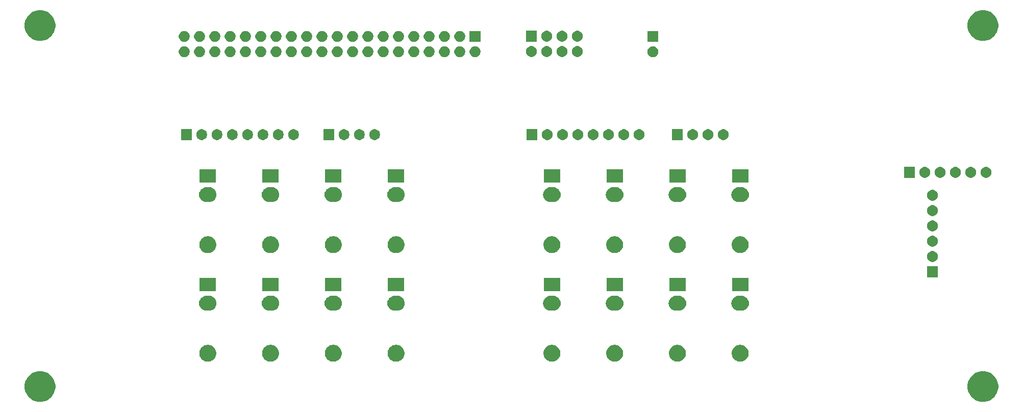
<source format=gbr>
G04 #@! TF.GenerationSoftware,KiCad,Pcbnew,5.1.6-c6e7f7d~87~ubuntu18.04.1*
G04 #@! TF.CreationDate,2021-01-10T02:12:58+01:00*
G04 #@! TF.ProjectId,ZynFace,5a796e46-6163-4652-9e6b-696361645f70,rev?*
G04 #@! TF.SameCoordinates,Original*
G04 #@! TF.FileFunction,Soldermask,Bot*
G04 #@! TF.FilePolarity,Negative*
%FSLAX46Y46*%
G04 Gerber Fmt 4.6, Leading zero omitted, Abs format (unit mm)*
G04 Created by KiCad (PCBNEW 5.1.6-c6e7f7d~87~ubuntu18.04.1) date 2021-01-10 02:12:58*
%MOMM*%
%LPD*%
G01*
G04 APERTURE LIST*
%ADD10C,0.100000*%
G04 APERTURE END LIST*
D10*
G36*
X195816098Y-88479033D02*
G01*
X196280350Y-88671332D01*
X196280352Y-88671333D01*
X196698168Y-88950509D01*
X197053491Y-89305832D01*
X197332667Y-89723648D01*
X197332668Y-89723650D01*
X197524967Y-90187902D01*
X197623000Y-90680747D01*
X197623000Y-91183253D01*
X197524967Y-91676098D01*
X197332668Y-92140350D01*
X197332667Y-92140352D01*
X197053491Y-92558168D01*
X196698168Y-92913491D01*
X196280352Y-93192667D01*
X196280351Y-93192668D01*
X196280350Y-93192668D01*
X195816098Y-93384967D01*
X195323253Y-93483000D01*
X194820747Y-93483000D01*
X194327902Y-93384967D01*
X193863650Y-93192668D01*
X193863649Y-93192668D01*
X193863648Y-93192667D01*
X193445832Y-92913491D01*
X193090509Y-92558168D01*
X192811333Y-92140352D01*
X192811332Y-92140350D01*
X192619033Y-91676098D01*
X192521000Y-91183253D01*
X192521000Y-90680747D01*
X192619033Y-90187902D01*
X192811332Y-89723650D01*
X192811333Y-89723648D01*
X193090509Y-89305832D01*
X193445832Y-88950509D01*
X193863648Y-88671333D01*
X193863650Y-88671332D01*
X194327902Y-88479033D01*
X194820747Y-88381000D01*
X195323253Y-88381000D01*
X195816098Y-88479033D01*
G37*
G36*
X39352098Y-88479033D02*
G01*
X39816350Y-88671332D01*
X39816352Y-88671333D01*
X40234168Y-88950509D01*
X40589491Y-89305832D01*
X40868667Y-89723648D01*
X40868668Y-89723650D01*
X41060967Y-90187902D01*
X41159000Y-90680747D01*
X41159000Y-91183253D01*
X41060967Y-91676098D01*
X40868668Y-92140350D01*
X40868667Y-92140352D01*
X40589491Y-92558168D01*
X40234168Y-92913491D01*
X39816352Y-93192667D01*
X39816351Y-93192668D01*
X39816350Y-93192668D01*
X39352098Y-93384967D01*
X38859253Y-93483000D01*
X38356747Y-93483000D01*
X37863902Y-93384967D01*
X37399650Y-93192668D01*
X37399649Y-93192668D01*
X37399648Y-93192667D01*
X36981832Y-92913491D01*
X36626509Y-92558168D01*
X36347333Y-92140352D01*
X36347332Y-92140350D01*
X36155033Y-91676098D01*
X36057000Y-91183253D01*
X36057000Y-90680747D01*
X36155033Y-90187902D01*
X36347332Y-89723650D01*
X36347333Y-89723648D01*
X36626509Y-89305832D01*
X36981832Y-88950509D01*
X37399648Y-88671333D01*
X37399650Y-88671332D01*
X37863902Y-88479033D01*
X38356747Y-88381000D01*
X38859253Y-88381000D01*
X39352098Y-88479033D01*
G37*
G36*
X155100433Y-84034893D02*
G01*
X155190657Y-84052839D01*
X155296267Y-84096585D01*
X155445621Y-84158449D01*
X155445622Y-84158450D01*
X155675086Y-84311772D01*
X155870228Y-84506914D01*
X155972675Y-84660237D01*
X156023551Y-84736379D01*
X156129161Y-84991344D01*
X156183000Y-85262012D01*
X156183000Y-85537988D01*
X156129161Y-85808656D01*
X156023551Y-86063621D01*
X156023550Y-86063622D01*
X155870228Y-86293086D01*
X155675086Y-86488228D01*
X155521763Y-86590675D01*
X155445621Y-86641551D01*
X155296267Y-86703415D01*
X155190657Y-86747161D01*
X155100433Y-86765107D01*
X154919988Y-86801000D01*
X154644012Y-86801000D01*
X154463567Y-86765107D01*
X154373343Y-86747161D01*
X154267733Y-86703415D01*
X154118379Y-86641551D01*
X154042237Y-86590675D01*
X153888914Y-86488228D01*
X153693772Y-86293086D01*
X153540450Y-86063622D01*
X153540449Y-86063621D01*
X153434839Y-85808656D01*
X153381000Y-85537988D01*
X153381000Y-85262012D01*
X153434839Y-84991344D01*
X153540449Y-84736379D01*
X153591325Y-84660237D01*
X153693772Y-84506914D01*
X153888914Y-84311772D01*
X154118378Y-84158450D01*
X154118379Y-84158449D01*
X154267733Y-84096585D01*
X154373343Y-84052839D01*
X154463567Y-84034893D01*
X154644012Y-83999000D01*
X154919988Y-83999000D01*
X155100433Y-84034893D01*
G37*
G36*
X144686433Y-84034893D02*
G01*
X144776657Y-84052839D01*
X144882267Y-84096585D01*
X145031621Y-84158449D01*
X145031622Y-84158450D01*
X145261086Y-84311772D01*
X145456228Y-84506914D01*
X145558675Y-84660237D01*
X145609551Y-84736379D01*
X145715161Y-84991344D01*
X145769000Y-85262012D01*
X145769000Y-85537988D01*
X145715161Y-85808656D01*
X145609551Y-86063621D01*
X145609550Y-86063622D01*
X145456228Y-86293086D01*
X145261086Y-86488228D01*
X145107763Y-86590675D01*
X145031621Y-86641551D01*
X144882267Y-86703415D01*
X144776657Y-86747161D01*
X144686433Y-86765107D01*
X144505988Y-86801000D01*
X144230012Y-86801000D01*
X144049567Y-86765107D01*
X143959343Y-86747161D01*
X143853733Y-86703415D01*
X143704379Y-86641551D01*
X143628237Y-86590675D01*
X143474914Y-86488228D01*
X143279772Y-86293086D01*
X143126450Y-86063622D01*
X143126449Y-86063621D01*
X143020839Y-85808656D01*
X142967000Y-85537988D01*
X142967000Y-85262012D01*
X143020839Y-84991344D01*
X143126449Y-84736379D01*
X143177325Y-84660237D01*
X143279772Y-84506914D01*
X143474914Y-84311772D01*
X143704378Y-84158450D01*
X143704379Y-84158449D01*
X143853733Y-84096585D01*
X143959343Y-84052839D01*
X144049567Y-84034893D01*
X144230012Y-83999000D01*
X144505988Y-83999000D01*
X144686433Y-84034893D01*
G37*
G36*
X123858433Y-84034893D02*
G01*
X123948657Y-84052839D01*
X124054267Y-84096585D01*
X124203621Y-84158449D01*
X124203622Y-84158450D01*
X124433086Y-84311772D01*
X124628228Y-84506914D01*
X124730675Y-84660237D01*
X124781551Y-84736379D01*
X124887161Y-84991344D01*
X124941000Y-85262012D01*
X124941000Y-85537988D01*
X124887161Y-85808656D01*
X124781551Y-86063621D01*
X124781550Y-86063622D01*
X124628228Y-86293086D01*
X124433086Y-86488228D01*
X124279763Y-86590675D01*
X124203621Y-86641551D01*
X124054267Y-86703415D01*
X123948657Y-86747161D01*
X123858433Y-86765107D01*
X123677988Y-86801000D01*
X123402012Y-86801000D01*
X123221567Y-86765107D01*
X123131343Y-86747161D01*
X123025733Y-86703415D01*
X122876379Y-86641551D01*
X122800237Y-86590675D01*
X122646914Y-86488228D01*
X122451772Y-86293086D01*
X122298450Y-86063622D01*
X122298449Y-86063621D01*
X122192839Y-85808656D01*
X122139000Y-85537988D01*
X122139000Y-85262012D01*
X122192839Y-84991344D01*
X122298449Y-84736379D01*
X122349325Y-84660237D01*
X122451772Y-84506914D01*
X122646914Y-84311772D01*
X122876378Y-84158450D01*
X122876379Y-84158449D01*
X123025733Y-84096585D01*
X123131343Y-84052839D01*
X123221567Y-84034893D01*
X123402012Y-83999000D01*
X123677988Y-83999000D01*
X123858433Y-84034893D01*
G37*
G36*
X134272433Y-84034893D02*
G01*
X134362657Y-84052839D01*
X134468267Y-84096585D01*
X134617621Y-84158449D01*
X134617622Y-84158450D01*
X134847086Y-84311772D01*
X135042228Y-84506914D01*
X135144675Y-84660237D01*
X135195551Y-84736379D01*
X135301161Y-84991344D01*
X135355000Y-85262012D01*
X135355000Y-85537988D01*
X135301161Y-85808656D01*
X135195551Y-86063621D01*
X135195550Y-86063622D01*
X135042228Y-86293086D01*
X134847086Y-86488228D01*
X134693763Y-86590675D01*
X134617621Y-86641551D01*
X134468267Y-86703415D01*
X134362657Y-86747161D01*
X134272433Y-86765107D01*
X134091988Y-86801000D01*
X133816012Y-86801000D01*
X133635567Y-86765107D01*
X133545343Y-86747161D01*
X133439733Y-86703415D01*
X133290379Y-86641551D01*
X133214237Y-86590675D01*
X133060914Y-86488228D01*
X132865772Y-86293086D01*
X132712450Y-86063622D01*
X132712449Y-86063621D01*
X132606839Y-85808656D01*
X132553000Y-85537988D01*
X132553000Y-85262012D01*
X132606839Y-84991344D01*
X132712449Y-84736379D01*
X132763325Y-84660237D01*
X132865772Y-84506914D01*
X133060914Y-84311772D01*
X133290378Y-84158450D01*
X133290379Y-84158449D01*
X133439733Y-84096585D01*
X133545343Y-84052839D01*
X133635567Y-84034893D01*
X133816012Y-83999000D01*
X134091988Y-83999000D01*
X134272433Y-84034893D01*
G37*
G36*
X66764433Y-84034893D02*
G01*
X66854657Y-84052839D01*
X66960267Y-84096585D01*
X67109621Y-84158449D01*
X67109622Y-84158450D01*
X67339086Y-84311772D01*
X67534228Y-84506914D01*
X67636675Y-84660237D01*
X67687551Y-84736379D01*
X67793161Y-84991344D01*
X67847000Y-85262012D01*
X67847000Y-85537988D01*
X67793161Y-85808656D01*
X67687551Y-86063621D01*
X67687550Y-86063622D01*
X67534228Y-86293086D01*
X67339086Y-86488228D01*
X67185763Y-86590675D01*
X67109621Y-86641551D01*
X66960267Y-86703415D01*
X66854657Y-86747161D01*
X66764433Y-86765107D01*
X66583988Y-86801000D01*
X66308012Y-86801000D01*
X66127567Y-86765107D01*
X66037343Y-86747161D01*
X65931733Y-86703415D01*
X65782379Y-86641551D01*
X65706237Y-86590675D01*
X65552914Y-86488228D01*
X65357772Y-86293086D01*
X65204450Y-86063622D01*
X65204449Y-86063621D01*
X65098839Y-85808656D01*
X65045000Y-85537988D01*
X65045000Y-85262012D01*
X65098839Y-84991344D01*
X65204449Y-84736379D01*
X65255325Y-84660237D01*
X65357772Y-84506914D01*
X65552914Y-84311772D01*
X65782378Y-84158450D01*
X65782379Y-84158449D01*
X65931733Y-84096585D01*
X66037343Y-84052839D01*
X66127567Y-84034893D01*
X66308012Y-83999000D01*
X66583988Y-83999000D01*
X66764433Y-84034893D01*
G37*
G36*
X87592433Y-84034893D02*
G01*
X87682657Y-84052839D01*
X87788267Y-84096585D01*
X87937621Y-84158449D01*
X87937622Y-84158450D01*
X88167086Y-84311772D01*
X88362228Y-84506914D01*
X88464675Y-84660237D01*
X88515551Y-84736379D01*
X88621161Y-84991344D01*
X88675000Y-85262012D01*
X88675000Y-85537988D01*
X88621161Y-85808656D01*
X88515551Y-86063621D01*
X88515550Y-86063622D01*
X88362228Y-86293086D01*
X88167086Y-86488228D01*
X88013763Y-86590675D01*
X87937621Y-86641551D01*
X87788267Y-86703415D01*
X87682657Y-86747161D01*
X87592433Y-86765107D01*
X87411988Y-86801000D01*
X87136012Y-86801000D01*
X86955567Y-86765107D01*
X86865343Y-86747161D01*
X86759733Y-86703415D01*
X86610379Y-86641551D01*
X86534237Y-86590675D01*
X86380914Y-86488228D01*
X86185772Y-86293086D01*
X86032450Y-86063622D01*
X86032449Y-86063621D01*
X85926839Y-85808656D01*
X85873000Y-85537988D01*
X85873000Y-85262012D01*
X85926839Y-84991344D01*
X86032449Y-84736379D01*
X86083325Y-84660237D01*
X86185772Y-84506914D01*
X86380914Y-84311772D01*
X86610378Y-84158450D01*
X86610379Y-84158449D01*
X86759733Y-84096585D01*
X86865343Y-84052839D01*
X86955567Y-84034893D01*
X87136012Y-83999000D01*
X87411988Y-83999000D01*
X87592433Y-84034893D01*
G37*
G36*
X98006433Y-84034893D02*
G01*
X98096657Y-84052839D01*
X98202267Y-84096585D01*
X98351621Y-84158449D01*
X98351622Y-84158450D01*
X98581086Y-84311772D01*
X98776228Y-84506914D01*
X98878675Y-84660237D01*
X98929551Y-84736379D01*
X99035161Y-84991344D01*
X99089000Y-85262012D01*
X99089000Y-85537988D01*
X99035161Y-85808656D01*
X98929551Y-86063621D01*
X98929550Y-86063622D01*
X98776228Y-86293086D01*
X98581086Y-86488228D01*
X98427763Y-86590675D01*
X98351621Y-86641551D01*
X98202267Y-86703415D01*
X98096657Y-86747161D01*
X98006433Y-86765107D01*
X97825988Y-86801000D01*
X97550012Y-86801000D01*
X97369567Y-86765107D01*
X97279343Y-86747161D01*
X97173733Y-86703415D01*
X97024379Y-86641551D01*
X96948237Y-86590675D01*
X96794914Y-86488228D01*
X96599772Y-86293086D01*
X96446450Y-86063622D01*
X96446449Y-86063621D01*
X96340839Y-85808656D01*
X96287000Y-85537988D01*
X96287000Y-85262012D01*
X96340839Y-84991344D01*
X96446449Y-84736379D01*
X96497325Y-84660237D01*
X96599772Y-84506914D01*
X96794914Y-84311772D01*
X97024378Y-84158450D01*
X97024379Y-84158449D01*
X97173733Y-84096585D01*
X97279343Y-84052839D01*
X97369567Y-84034893D01*
X97550012Y-83999000D01*
X97825988Y-83999000D01*
X98006433Y-84034893D01*
G37*
G36*
X77178433Y-84034893D02*
G01*
X77268657Y-84052839D01*
X77374267Y-84096585D01*
X77523621Y-84158449D01*
X77523622Y-84158450D01*
X77753086Y-84311772D01*
X77948228Y-84506914D01*
X78050675Y-84660237D01*
X78101551Y-84736379D01*
X78207161Y-84991344D01*
X78261000Y-85262012D01*
X78261000Y-85537988D01*
X78207161Y-85808656D01*
X78101551Y-86063621D01*
X78101550Y-86063622D01*
X77948228Y-86293086D01*
X77753086Y-86488228D01*
X77599763Y-86590675D01*
X77523621Y-86641551D01*
X77374267Y-86703415D01*
X77268657Y-86747161D01*
X77178433Y-86765107D01*
X76997988Y-86801000D01*
X76722012Y-86801000D01*
X76541567Y-86765107D01*
X76451343Y-86747161D01*
X76345733Y-86703415D01*
X76196379Y-86641551D01*
X76120237Y-86590675D01*
X75966914Y-86488228D01*
X75771772Y-86293086D01*
X75618450Y-86063622D01*
X75618449Y-86063621D01*
X75512839Y-85808656D01*
X75459000Y-85537988D01*
X75459000Y-85262012D01*
X75512839Y-84991344D01*
X75618449Y-84736379D01*
X75669325Y-84660237D01*
X75771772Y-84506914D01*
X75966914Y-84311772D01*
X76196378Y-84158450D01*
X76196379Y-84158449D01*
X76345733Y-84096585D01*
X76451343Y-84052839D01*
X76541567Y-84034893D01*
X76722012Y-83999000D01*
X76997988Y-83999000D01*
X77178433Y-84034893D01*
G37*
G36*
X124005338Y-75891739D02*
G01*
X124236440Y-75961843D01*
X124449425Y-76075686D01*
X124636107Y-76228893D01*
X124789314Y-76415575D01*
X124903157Y-76628560D01*
X124973261Y-76859662D01*
X124996932Y-77100000D01*
X124973261Y-77340338D01*
X124903157Y-77571440D01*
X124789314Y-77784425D01*
X124636107Y-77971107D01*
X124449425Y-78124314D01*
X124236440Y-78238157D01*
X124005338Y-78308261D01*
X123825229Y-78326000D01*
X123254771Y-78326000D01*
X123074662Y-78308261D01*
X122843560Y-78238157D01*
X122630575Y-78124314D01*
X122443893Y-77971107D01*
X122290686Y-77784425D01*
X122176843Y-77571440D01*
X122106739Y-77340338D01*
X122083068Y-77100000D01*
X122106739Y-76859662D01*
X122176843Y-76628560D01*
X122290686Y-76415575D01*
X122443893Y-76228893D01*
X122630575Y-76075686D01*
X122843560Y-75961843D01*
X123074662Y-75891739D01*
X123254771Y-75874000D01*
X123825229Y-75874000D01*
X124005338Y-75891739D01*
G37*
G36*
X134419338Y-75891739D02*
G01*
X134650440Y-75961843D01*
X134863425Y-76075686D01*
X135050107Y-76228893D01*
X135203314Y-76415575D01*
X135317157Y-76628560D01*
X135387261Y-76859662D01*
X135410932Y-77100000D01*
X135387261Y-77340338D01*
X135317157Y-77571440D01*
X135203314Y-77784425D01*
X135050107Y-77971107D01*
X134863425Y-78124314D01*
X134650440Y-78238157D01*
X134419338Y-78308261D01*
X134239229Y-78326000D01*
X133668771Y-78326000D01*
X133488662Y-78308261D01*
X133257560Y-78238157D01*
X133044575Y-78124314D01*
X132857893Y-77971107D01*
X132704686Y-77784425D01*
X132590843Y-77571440D01*
X132520739Y-77340338D01*
X132497068Y-77100000D01*
X132520739Y-76859662D01*
X132590843Y-76628560D01*
X132704686Y-76415575D01*
X132857893Y-76228893D01*
X133044575Y-76075686D01*
X133257560Y-75961843D01*
X133488662Y-75891739D01*
X133668771Y-75874000D01*
X134239229Y-75874000D01*
X134419338Y-75891739D01*
G37*
G36*
X144833338Y-75891739D02*
G01*
X145064440Y-75961843D01*
X145277425Y-76075686D01*
X145464107Y-76228893D01*
X145617314Y-76415575D01*
X145731157Y-76628560D01*
X145801261Y-76859662D01*
X145824932Y-77100000D01*
X145801261Y-77340338D01*
X145731157Y-77571440D01*
X145617314Y-77784425D01*
X145464107Y-77971107D01*
X145277425Y-78124314D01*
X145064440Y-78238157D01*
X144833338Y-78308261D01*
X144653229Y-78326000D01*
X144082771Y-78326000D01*
X143902662Y-78308261D01*
X143671560Y-78238157D01*
X143458575Y-78124314D01*
X143271893Y-77971107D01*
X143118686Y-77784425D01*
X143004843Y-77571440D01*
X142934739Y-77340338D01*
X142911068Y-77100000D01*
X142934739Y-76859662D01*
X143004843Y-76628560D01*
X143118686Y-76415575D01*
X143271893Y-76228893D01*
X143458575Y-76075686D01*
X143671560Y-75961843D01*
X143902662Y-75891739D01*
X144082771Y-75874000D01*
X144653229Y-75874000D01*
X144833338Y-75891739D01*
G37*
G36*
X155247338Y-75891739D02*
G01*
X155478440Y-75961843D01*
X155691425Y-76075686D01*
X155878107Y-76228893D01*
X156031314Y-76415575D01*
X156145157Y-76628560D01*
X156215261Y-76859662D01*
X156238932Y-77100000D01*
X156215261Y-77340338D01*
X156145157Y-77571440D01*
X156031314Y-77784425D01*
X155878107Y-77971107D01*
X155691425Y-78124314D01*
X155478440Y-78238157D01*
X155247338Y-78308261D01*
X155067229Y-78326000D01*
X154496771Y-78326000D01*
X154316662Y-78308261D01*
X154085560Y-78238157D01*
X153872575Y-78124314D01*
X153685893Y-77971107D01*
X153532686Y-77784425D01*
X153418843Y-77571440D01*
X153348739Y-77340338D01*
X153325068Y-77100000D01*
X153348739Y-76859662D01*
X153418843Y-76628560D01*
X153532686Y-76415575D01*
X153685893Y-76228893D01*
X153872575Y-76075686D01*
X154085560Y-75961843D01*
X154316662Y-75891739D01*
X154496771Y-75874000D01*
X155067229Y-75874000D01*
X155247338Y-75891739D01*
G37*
G36*
X98153338Y-75891739D02*
G01*
X98384440Y-75961843D01*
X98597425Y-76075686D01*
X98784107Y-76228893D01*
X98937314Y-76415575D01*
X99051157Y-76628560D01*
X99121261Y-76859662D01*
X99144932Y-77100000D01*
X99121261Y-77340338D01*
X99051157Y-77571440D01*
X98937314Y-77784425D01*
X98784107Y-77971107D01*
X98597425Y-78124314D01*
X98384440Y-78238157D01*
X98153338Y-78308261D01*
X97973229Y-78326000D01*
X97402771Y-78326000D01*
X97222662Y-78308261D01*
X96991560Y-78238157D01*
X96778575Y-78124314D01*
X96591893Y-77971107D01*
X96438686Y-77784425D01*
X96324843Y-77571440D01*
X96254739Y-77340338D01*
X96231068Y-77100000D01*
X96254739Y-76859662D01*
X96324843Y-76628560D01*
X96438686Y-76415575D01*
X96591893Y-76228893D01*
X96778575Y-76075686D01*
X96991560Y-75961843D01*
X97222662Y-75891739D01*
X97402771Y-75874000D01*
X97973229Y-75874000D01*
X98153338Y-75891739D01*
G37*
G36*
X66911338Y-75891739D02*
G01*
X67142440Y-75961843D01*
X67355425Y-76075686D01*
X67542107Y-76228893D01*
X67695314Y-76415575D01*
X67809157Y-76628560D01*
X67879261Y-76859662D01*
X67902932Y-77100000D01*
X67879261Y-77340338D01*
X67809157Y-77571440D01*
X67695314Y-77784425D01*
X67542107Y-77971107D01*
X67355425Y-78124314D01*
X67142440Y-78238157D01*
X66911338Y-78308261D01*
X66731229Y-78326000D01*
X66160771Y-78326000D01*
X65980662Y-78308261D01*
X65749560Y-78238157D01*
X65536575Y-78124314D01*
X65349893Y-77971107D01*
X65196686Y-77784425D01*
X65082843Y-77571440D01*
X65012739Y-77340338D01*
X64989068Y-77100000D01*
X65012739Y-76859662D01*
X65082843Y-76628560D01*
X65196686Y-76415575D01*
X65349893Y-76228893D01*
X65536575Y-76075686D01*
X65749560Y-75961843D01*
X65980662Y-75891739D01*
X66160771Y-75874000D01*
X66731229Y-75874000D01*
X66911338Y-75891739D01*
G37*
G36*
X77325338Y-75891739D02*
G01*
X77556440Y-75961843D01*
X77769425Y-76075686D01*
X77956107Y-76228893D01*
X78109314Y-76415575D01*
X78223157Y-76628560D01*
X78293261Y-76859662D01*
X78316932Y-77100000D01*
X78293261Y-77340338D01*
X78223157Y-77571440D01*
X78109314Y-77784425D01*
X77956107Y-77971107D01*
X77769425Y-78124314D01*
X77556440Y-78238157D01*
X77325338Y-78308261D01*
X77145229Y-78326000D01*
X76574771Y-78326000D01*
X76394662Y-78308261D01*
X76163560Y-78238157D01*
X75950575Y-78124314D01*
X75763893Y-77971107D01*
X75610686Y-77784425D01*
X75496843Y-77571440D01*
X75426739Y-77340338D01*
X75403068Y-77100000D01*
X75426739Y-76859662D01*
X75496843Y-76628560D01*
X75610686Y-76415575D01*
X75763893Y-76228893D01*
X75950575Y-76075686D01*
X76163560Y-75961843D01*
X76394662Y-75891739D01*
X76574771Y-75874000D01*
X77145229Y-75874000D01*
X77325338Y-75891739D01*
G37*
G36*
X87739338Y-75891739D02*
G01*
X87970440Y-75961843D01*
X88183425Y-76075686D01*
X88370107Y-76228893D01*
X88523314Y-76415575D01*
X88637157Y-76628560D01*
X88707261Y-76859662D01*
X88730932Y-77100000D01*
X88707261Y-77340338D01*
X88637157Y-77571440D01*
X88523314Y-77784425D01*
X88370107Y-77971107D01*
X88183425Y-78124314D01*
X87970440Y-78238157D01*
X87739338Y-78308261D01*
X87559229Y-78326000D01*
X86988771Y-78326000D01*
X86808662Y-78308261D01*
X86577560Y-78238157D01*
X86364575Y-78124314D01*
X86177893Y-77971107D01*
X86024686Y-77784425D01*
X85910843Y-77571440D01*
X85840739Y-77340338D01*
X85817068Y-77100000D01*
X85840739Y-76859662D01*
X85910843Y-76628560D01*
X86024686Y-76415575D01*
X86177893Y-76228893D01*
X86364575Y-76075686D01*
X86577560Y-75961843D01*
X86808662Y-75891739D01*
X86988771Y-75874000D01*
X87559229Y-75874000D01*
X87739338Y-75891739D01*
G37*
G36*
X67797000Y-75126000D02*
G01*
X65095000Y-75126000D01*
X65095000Y-72874000D01*
X67797000Y-72874000D01*
X67797000Y-75126000D01*
G37*
G36*
X145719000Y-75126000D02*
G01*
X143017000Y-75126000D01*
X143017000Y-72874000D01*
X145719000Y-72874000D01*
X145719000Y-75126000D01*
G37*
G36*
X156133000Y-75126000D02*
G01*
X153431000Y-75126000D01*
X153431000Y-72874000D01*
X156133000Y-72874000D01*
X156133000Y-75126000D01*
G37*
G36*
X99039000Y-75126000D02*
G01*
X96337000Y-75126000D01*
X96337000Y-72874000D01*
X99039000Y-72874000D01*
X99039000Y-75126000D01*
G37*
G36*
X135305000Y-75126000D02*
G01*
X132603000Y-75126000D01*
X132603000Y-72874000D01*
X135305000Y-72874000D01*
X135305000Y-75126000D01*
G37*
G36*
X78211000Y-75126000D02*
G01*
X75509000Y-75126000D01*
X75509000Y-72874000D01*
X78211000Y-72874000D01*
X78211000Y-75126000D01*
G37*
G36*
X88625000Y-75126000D02*
G01*
X85923000Y-75126000D01*
X85923000Y-72874000D01*
X88625000Y-72874000D01*
X88625000Y-75126000D01*
G37*
G36*
X124891000Y-75126000D02*
G01*
X122189000Y-75126000D01*
X122189000Y-72874000D01*
X124891000Y-72874000D01*
X124891000Y-75126000D01*
G37*
G36*
X187591000Y-72783000D02*
G01*
X185789000Y-72783000D01*
X185789000Y-70981000D01*
X187591000Y-70981000D01*
X187591000Y-72783000D01*
G37*
G36*
X186803512Y-68445927D02*
G01*
X186952812Y-68475624D01*
X187116784Y-68543544D01*
X187264354Y-68642147D01*
X187389853Y-68767646D01*
X187488456Y-68915216D01*
X187556376Y-69079188D01*
X187591000Y-69253259D01*
X187591000Y-69430741D01*
X187556376Y-69604812D01*
X187488456Y-69768784D01*
X187389853Y-69916354D01*
X187264354Y-70041853D01*
X187116784Y-70140456D01*
X186952812Y-70208376D01*
X186803512Y-70238073D01*
X186778742Y-70243000D01*
X186601258Y-70243000D01*
X186576488Y-70238073D01*
X186427188Y-70208376D01*
X186263216Y-70140456D01*
X186115646Y-70041853D01*
X185990147Y-69916354D01*
X185891544Y-69768784D01*
X185823624Y-69604812D01*
X185789000Y-69430741D01*
X185789000Y-69253259D01*
X185823624Y-69079188D01*
X185891544Y-68915216D01*
X185990147Y-68767646D01*
X186115646Y-68642147D01*
X186263216Y-68543544D01*
X186427188Y-68475624D01*
X186576488Y-68445927D01*
X186601258Y-68441000D01*
X186778742Y-68441000D01*
X186803512Y-68445927D01*
G37*
G36*
X66764433Y-66000893D02*
G01*
X66854657Y-66018839D01*
X66960267Y-66062585D01*
X67109621Y-66124449D01*
X67109622Y-66124450D01*
X67339086Y-66277772D01*
X67534228Y-66472914D01*
X67578511Y-66539189D01*
X67687551Y-66702379D01*
X67793161Y-66957344D01*
X67847000Y-67228012D01*
X67847000Y-67503988D01*
X67793161Y-67774656D01*
X67687551Y-68029621D01*
X67687550Y-68029622D01*
X67534228Y-68259086D01*
X67339086Y-68454228D01*
X67205414Y-68543544D01*
X67109621Y-68607551D01*
X67026096Y-68642148D01*
X66854657Y-68713161D01*
X66764433Y-68731107D01*
X66583988Y-68767000D01*
X66308012Y-68767000D01*
X66127567Y-68731107D01*
X66037343Y-68713161D01*
X65865904Y-68642148D01*
X65782379Y-68607551D01*
X65686586Y-68543544D01*
X65552914Y-68454228D01*
X65357772Y-68259086D01*
X65204450Y-68029622D01*
X65204449Y-68029621D01*
X65098839Y-67774656D01*
X65045000Y-67503988D01*
X65045000Y-67228012D01*
X65098839Y-66957344D01*
X65204449Y-66702379D01*
X65313489Y-66539189D01*
X65357772Y-66472914D01*
X65552914Y-66277772D01*
X65782378Y-66124450D01*
X65782379Y-66124449D01*
X65931733Y-66062585D01*
X66037343Y-66018839D01*
X66127567Y-66000893D01*
X66308012Y-65965000D01*
X66583988Y-65965000D01*
X66764433Y-66000893D01*
G37*
G36*
X123858433Y-66000893D02*
G01*
X123948657Y-66018839D01*
X124054267Y-66062585D01*
X124203621Y-66124449D01*
X124203622Y-66124450D01*
X124433086Y-66277772D01*
X124628228Y-66472914D01*
X124672511Y-66539189D01*
X124781551Y-66702379D01*
X124887161Y-66957344D01*
X124941000Y-67228012D01*
X124941000Y-67503988D01*
X124887161Y-67774656D01*
X124781551Y-68029621D01*
X124781550Y-68029622D01*
X124628228Y-68259086D01*
X124433086Y-68454228D01*
X124299414Y-68543544D01*
X124203621Y-68607551D01*
X124120096Y-68642148D01*
X123948657Y-68713161D01*
X123858433Y-68731107D01*
X123677988Y-68767000D01*
X123402012Y-68767000D01*
X123221567Y-68731107D01*
X123131343Y-68713161D01*
X122959904Y-68642148D01*
X122876379Y-68607551D01*
X122780586Y-68543544D01*
X122646914Y-68454228D01*
X122451772Y-68259086D01*
X122298450Y-68029622D01*
X122298449Y-68029621D01*
X122192839Y-67774656D01*
X122139000Y-67503988D01*
X122139000Y-67228012D01*
X122192839Y-66957344D01*
X122298449Y-66702379D01*
X122407489Y-66539189D01*
X122451772Y-66472914D01*
X122646914Y-66277772D01*
X122876378Y-66124450D01*
X122876379Y-66124449D01*
X123025733Y-66062585D01*
X123131343Y-66018839D01*
X123221567Y-66000893D01*
X123402012Y-65965000D01*
X123677988Y-65965000D01*
X123858433Y-66000893D01*
G37*
G36*
X155100433Y-66000893D02*
G01*
X155190657Y-66018839D01*
X155296267Y-66062585D01*
X155445621Y-66124449D01*
X155445622Y-66124450D01*
X155675086Y-66277772D01*
X155870228Y-66472914D01*
X155914511Y-66539189D01*
X156023551Y-66702379D01*
X156129161Y-66957344D01*
X156183000Y-67228012D01*
X156183000Y-67503988D01*
X156129161Y-67774656D01*
X156023551Y-68029621D01*
X156023550Y-68029622D01*
X155870228Y-68259086D01*
X155675086Y-68454228D01*
X155541414Y-68543544D01*
X155445621Y-68607551D01*
X155362096Y-68642148D01*
X155190657Y-68713161D01*
X155100433Y-68731107D01*
X154919988Y-68767000D01*
X154644012Y-68767000D01*
X154463567Y-68731107D01*
X154373343Y-68713161D01*
X154201904Y-68642148D01*
X154118379Y-68607551D01*
X154022586Y-68543544D01*
X153888914Y-68454228D01*
X153693772Y-68259086D01*
X153540450Y-68029622D01*
X153540449Y-68029621D01*
X153434839Y-67774656D01*
X153381000Y-67503988D01*
X153381000Y-67228012D01*
X153434839Y-66957344D01*
X153540449Y-66702379D01*
X153649489Y-66539189D01*
X153693772Y-66472914D01*
X153888914Y-66277772D01*
X154118378Y-66124450D01*
X154118379Y-66124449D01*
X154267733Y-66062585D01*
X154373343Y-66018839D01*
X154463567Y-66000893D01*
X154644012Y-65965000D01*
X154919988Y-65965000D01*
X155100433Y-66000893D01*
G37*
G36*
X134272433Y-66000893D02*
G01*
X134362657Y-66018839D01*
X134468267Y-66062585D01*
X134617621Y-66124449D01*
X134617622Y-66124450D01*
X134847086Y-66277772D01*
X135042228Y-66472914D01*
X135086511Y-66539189D01*
X135195551Y-66702379D01*
X135301161Y-66957344D01*
X135355000Y-67228012D01*
X135355000Y-67503988D01*
X135301161Y-67774656D01*
X135195551Y-68029621D01*
X135195550Y-68029622D01*
X135042228Y-68259086D01*
X134847086Y-68454228D01*
X134713414Y-68543544D01*
X134617621Y-68607551D01*
X134534096Y-68642148D01*
X134362657Y-68713161D01*
X134272433Y-68731107D01*
X134091988Y-68767000D01*
X133816012Y-68767000D01*
X133635567Y-68731107D01*
X133545343Y-68713161D01*
X133373904Y-68642148D01*
X133290379Y-68607551D01*
X133194586Y-68543544D01*
X133060914Y-68454228D01*
X132865772Y-68259086D01*
X132712450Y-68029622D01*
X132712449Y-68029621D01*
X132606839Y-67774656D01*
X132553000Y-67503988D01*
X132553000Y-67228012D01*
X132606839Y-66957344D01*
X132712449Y-66702379D01*
X132821489Y-66539189D01*
X132865772Y-66472914D01*
X133060914Y-66277772D01*
X133290378Y-66124450D01*
X133290379Y-66124449D01*
X133439733Y-66062585D01*
X133545343Y-66018839D01*
X133635567Y-66000893D01*
X133816012Y-65965000D01*
X134091988Y-65965000D01*
X134272433Y-66000893D01*
G37*
G36*
X77178433Y-66000893D02*
G01*
X77268657Y-66018839D01*
X77374267Y-66062585D01*
X77523621Y-66124449D01*
X77523622Y-66124450D01*
X77753086Y-66277772D01*
X77948228Y-66472914D01*
X77992511Y-66539189D01*
X78101551Y-66702379D01*
X78207161Y-66957344D01*
X78261000Y-67228012D01*
X78261000Y-67503988D01*
X78207161Y-67774656D01*
X78101551Y-68029621D01*
X78101550Y-68029622D01*
X77948228Y-68259086D01*
X77753086Y-68454228D01*
X77619414Y-68543544D01*
X77523621Y-68607551D01*
X77440096Y-68642148D01*
X77268657Y-68713161D01*
X77178433Y-68731107D01*
X76997988Y-68767000D01*
X76722012Y-68767000D01*
X76541567Y-68731107D01*
X76451343Y-68713161D01*
X76279904Y-68642148D01*
X76196379Y-68607551D01*
X76100586Y-68543544D01*
X75966914Y-68454228D01*
X75771772Y-68259086D01*
X75618450Y-68029622D01*
X75618449Y-68029621D01*
X75512839Y-67774656D01*
X75459000Y-67503988D01*
X75459000Y-67228012D01*
X75512839Y-66957344D01*
X75618449Y-66702379D01*
X75727489Y-66539189D01*
X75771772Y-66472914D01*
X75966914Y-66277772D01*
X76196378Y-66124450D01*
X76196379Y-66124449D01*
X76345733Y-66062585D01*
X76451343Y-66018839D01*
X76541567Y-66000893D01*
X76722012Y-65965000D01*
X76997988Y-65965000D01*
X77178433Y-66000893D01*
G37*
G36*
X87592433Y-66000893D02*
G01*
X87682657Y-66018839D01*
X87788267Y-66062585D01*
X87937621Y-66124449D01*
X87937622Y-66124450D01*
X88167086Y-66277772D01*
X88362228Y-66472914D01*
X88406511Y-66539189D01*
X88515551Y-66702379D01*
X88621161Y-66957344D01*
X88675000Y-67228012D01*
X88675000Y-67503988D01*
X88621161Y-67774656D01*
X88515551Y-68029621D01*
X88515550Y-68029622D01*
X88362228Y-68259086D01*
X88167086Y-68454228D01*
X88033414Y-68543544D01*
X87937621Y-68607551D01*
X87854096Y-68642148D01*
X87682657Y-68713161D01*
X87592433Y-68731107D01*
X87411988Y-68767000D01*
X87136012Y-68767000D01*
X86955567Y-68731107D01*
X86865343Y-68713161D01*
X86693904Y-68642148D01*
X86610379Y-68607551D01*
X86514586Y-68543544D01*
X86380914Y-68454228D01*
X86185772Y-68259086D01*
X86032450Y-68029622D01*
X86032449Y-68029621D01*
X85926839Y-67774656D01*
X85873000Y-67503988D01*
X85873000Y-67228012D01*
X85926839Y-66957344D01*
X86032449Y-66702379D01*
X86141489Y-66539189D01*
X86185772Y-66472914D01*
X86380914Y-66277772D01*
X86610378Y-66124450D01*
X86610379Y-66124449D01*
X86759733Y-66062585D01*
X86865343Y-66018839D01*
X86955567Y-66000893D01*
X87136012Y-65965000D01*
X87411988Y-65965000D01*
X87592433Y-66000893D01*
G37*
G36*
X144686433Y-66000893D02*
G01*
X144776657Y-66018839D01*
X144882267Y-66062585D01*
X145031621Y-66124449D01*
X145031622Y-66124450D01*
X145261086Y-66277772D01*
X145456228Y-66472914D01*
X145500511Y-66539189D01*
X145609551Y-66702379D01*
X145715161Y-66957344D01*
X145769000Y-67228012D01*
X145769000Y-67503988D01*
X145715161Y-67774656D01*
X145609551Y-68029621D01*
X145609550Y-68029622D01*
X145456228Y-68259086D01*
X145261086Y-68454228D01*
X145127414Y-68543544D01*
X145031621Y-68607551D01*
X144948096Y-68642148D01*
X144776657Y-68713161D01*
X144686433Y-68731107D01*
X144505988Y-68767000D01*
X144230012Y-68767000D01*
X144049567Y-68731107D01*
X143959343Y-68713161D01*
X143787904Y-68642148D01*
X143704379Y-68607551D01*
X143608586Y-68543544D01*
X143474914Y-68454228D01*
X143279772Y-68259086D01*
X143126450Y-68029622D01*
X143126449Y-68029621D01*
X143020839Y-67774656D01*
X142967000Y-67503988D01*
X142967000Y-67228012D01*
X143020839Y-66957344D01*
X143126449Y-66702379D01*
X143235489Y-66539189D01*
X143279772Y-66472914D01*
X143474914Y-66277772D01*
X143704378Y-66124450D01*
X143704379Y-66124449D01*
X143853733Y-66062585D01*
X143959343Y-66018839D01*
X144049567Y-66000893D01*
X144230012Y-65965000D01*
X144505988Y-65965000D01*
X144686433Y-66000893D01*
G37*
G36*
X98006433Y-66000893D02*
G01*
X98096657Y-66018839D01*
X98202267Y-66062585D01*
X98351621Y-66124449D01*
X98351622Y-66124450D01*
X98581086Y-66277772D01*
X98776228Y-66472914D01*
X98820511Y-66539189D01*
X98929551Y-66702379D01*
X99035161Y-66957344D01*
X99089000Y-67228012D01*
X99089000Y-67503988D01*
X99035161Y-67774656D01*
X98929551Y-68029621D01*
X98929550Y-68029622D01*
X98776228Y-68259086D01*
X98581086Y-68454228D01*
X98447414Y-68543544D01*
X98351621Y-68607551D01*
X98268096Y-68642148D01*
X98096657Y-68713161D01*
X98006433Y-68731107D01*
X97825988Y-68767000D01*
X97550012Y-68767000D01*
X97369567Y-68731107D01*
X97279343Y-68713161D01*
X97107904Y-68642148D01*
X97024379Y-68607551D01*
X96928586Y-68543544D01*
X96794914Y-68454228D01*
X96599772Y-68259086D01*
X96446450Y-68029622D01*
X96446449Y-68029621D01*
X96340839Y-67774656D01*
X96287000Y-67503988D01*
X96287000Y-67228012D01*
X96340839Y-66957344D01*
X96446449Y-66702379D01*
X96555489Y-66539189D01*
X96599772Y-66472914D01*
X96794914Y-66277772D01*
X97024378Y-66124450D01*
X97024379Y-66124449D01*
X97173733Y-66062585D01*
X97279343Y-66018839D01*
X97369567Y-66000893D01*
X97550012Y-65965000D01*
X97825988Y-65965000D01*
X98006433Y-66000893D01*
G37*
G36*
X186803512Y-65905927D02*
G01*
X186952812Y-65935624D01*
X187116784Y-66003544D01*
X187264354Y-66102147D01*
X187389853Y-66227646D01*
X187488456Y-66375216D01*
X187556376Y-66539188D01*
X187591000Y-66713259D01*
X187591000Y-66890741D01*
X187556376Y-67064812D01*
X187488456Y-67228784D01*
X187389853Y-67376354D01*
X187264354Y-67501853D01*
X187116784Y-67600456D01*
X186952812Y-67668376D01*
X186803512Y-67698073D01*
X186778742Y-67703000D01*
X186601258Y-67703000D01*
X186576488Y-67698073D01*
X186427188Y-67668376D01*
X186263216Y-67600456D01*
X186115646Y-67501853D01*
X185990147Y-67376354D01*
X185891544Y-67228784D01*
X185823624Y-67064812D01*
X185789000Y-66890741D01*
X185789000Y-66713259D01*
X185823624Y-66539188D01*
X185891544Y-66375216D01*
X185990147Y-66227646D01*
X186115646Y-66102147D01*
X186263216Y-66003544D01*
X186427188Y-65935624D01*
X186576488Y-65905927D01*
X186601258Y-65901000D01*
X186778742Y-65901000D01*
X186803512Y-65905927D01*
G37*
G36*
X186803512Y-63365927D02*
G01*
X186952812Y-63395624D01*
X187116784Y-63463544D01*
X187264354Y-63562147D01*
X187389853Y-63687646D01*
X187488456Y-63835216D01*
X187556376Y-63999188D01*
X187591000Y-64173259D01*
X187591000Y-64350741D01*
X187556376Y-64524812D01*
X187488456Y-64688784D01*
X187389853Y-64836354D01*
X187264354Y-64961853D01*
X187116784Y-65060456D01*
X186952812Y-65128376D01*
X186803512Y-65158073D01*
X186778742Y-65163000D01*
X186601258Y-65163000D01*
X186576488Y-65158073D01*
X186427188Y-65128376D01*
X186263216Y-65060456D01*
X186115646Y-64961853D01*
X185990147Y-64836354D01*
X185891544Y-64688784D01*
X185823624Y-64524812D01*
X185789000Y-64350741D01*
X185789000Y-64173259D01*
X185823624Y-63999188D01*
X185891544Y-63835216D01*
X185990147Y-63687646D01*
X186115646Y-63562147D01*
X186263216Y-63463544D01*
X186427188Y-63395624D01*
X186576488Y-63365927D01*
X186601258Y-63361000D01*
X186778742Y-63361000D01*
X186803512Y-63365927D01*
G37*
G36*
X186803512Y-60825927D02*
G01*
X186952812Y-60855624D01*
X187116784Y-60923544D01*
X187264354Y-61022147D01*
X187389853Y-61147646D01*
X187488456Y-61295216D01*
X187556376Y-61459188D01*
X187591000Y-61633259D01*
X187591000Y-61810741D01*
X187556376Y-61984812D01*
X187488456Y-62148784D01*
X187389853Y-62296354D01*
X187264354Y-62421853D01*
X187116784Y-62520456D01*
X186952812Y-62588376D01*
X186803512Y-62618073D01*
X186778742Y-62623000D01*
X186601258Y-62623000D01*
X186576488Y-62618073D01*
X186427188Y-62588376D01*
X186263216Y-62520456D01*
X186115646Y-62421853D01*
X185990147Y-62296354D01*
X185891544Y-62148784D01*
X185823624Y-61984812D01*
X185789000Y-61810741D01*
X185789000Y-61633259D01*
X185823624Y-61459188D01*
X185891544Y-61295216D01*
X185990147Y-61147646D01*
X186115646Y-61022147D01*
X186263216Y-60923544D01*
X186427188Y-60855624D01*
X186576488Y-60825927D01*
X186601258Y-60821000D01*
X186778742Y-60821000D01*
X186803512Y-60825927D01*
G37*
G36*
X98153338Y-57857739D02*
G01*
X98384440Y-57927843D01*
X98597425Y-58041686D01*
X98784107Y-58194893D01*
X98937314Y-58381575D01*
X99051157Y-58594560D01*
X99121261Y-58825662D01*
X99144932Y-59066000D01*
X99121261Y-59306338D01*
X99051157Y-59537440D01*
X98937314Y-59750425D01*
X98784107Y-59937107D01*
X98597425Y-60090314D01*
X98384440Y-60204157D01*
X98153338Y-60274261D01*
X97973229Y-60292000D01*
X97402771Y-60292000D01*
X97222662Y-60274261D01*
X96991560Y-60204157D01*
X96778575Y-60090314D01*
X96591893Y-59937107D01*
X96438686Y-59750425D01*
X96324843Y-59537440D01*
X96254739Y-59306338D01*
X96231068Y-59066000D01*
X96254739Y-58825662D01*
X96324843Y-58594560D01*
X96438686Y-58381575D01*
X96591893Y-58194893D01*
X96778575Y-58041686D01*
X96991560Y-57927843D01*
X97222662Y-57857739D01*
X97402771Y-57840000D01*
X97973229Y-57840000D01*
X98153338Y-57857739D01*
G37*
G36*
X155247338Y-57857739D02*
G01*
X155478440Y-57927843D01*
X155691425Y-58041686D01*
X155878107Y-58194893D01*
X156031314Y-58381575D01*
X156145157Y-58594560D01*
X156215261Y-58825662D01*
X156238932Y-59066000D01*
X156215261Y-59306338D01*
X156145157Y-59537440D01*
X156031314Y-59750425D01*
X155878107Y-59937107D01*
X155691425Y-60090314D01*
X155478440Y-60204157D01*
X155247338Y-60274261D01*
X155067229Y-60292000D01*
X154496771Y-60292000D01*
X154316662Y-60274261D01*
X154085560Y-60204157D01*
X153872575Y-60090314D01*
X153685893Y-59937107D01*
X153532686Y-59750425D01*
X153418843Y-59537440D01*
X153348739Y-59306338D01*
X153325068Y-59066000D01*
X153348739Y-58825662D01*
X153418843Y-58594560D01*
X153532686Y-58381575D01*
X153685893Y-58194893D01*
X153872575Y-58041686D01*
X154085560Y-57927843D01*
X154316662Y-57857739D01*
X154496771Y-57840000D01*
X155067229Y-57840000D01*
X155247338Y-57857739D01*
G37*
G36*
X144833338Y-57857739D02*
G01*
X145064440Y-57927843D01*
X145277425Y-58041686D01*
X145464107Y-58194893D01*
X145617314Y-58381575D01*
X145731157Y-58594560D01*
X145801261Y-58825662D01*
X145824932Y-59066000D01*
X145801261Y-59306338D01*
X145731157Y-59537440D01*
X145617314Y-59750425D01*
X145464107Y-59937107D01*
X145277425Y-60090314D01*
X145064440Y-60204157D01*
X144833338Y-60274261D01*
X144653229Y-60292000D01*
X144082771Y-60292000D01*
X143902662Y-60274261D01*
X143671560Y-60204157D01*
X143458575Y-60090314D01*
X143271893Y-59937107D01*
X143118686Y-59750425D01*
X143004843Y-59537440D01*
X142934739Y-59306338D01*
X142911068Y-59066000D01*
X142934739Y-58825662D01*
X143004843Y-58594560D01*
X143118686Y-58381575D01*
X143271893Y-58194893D01*
X143458575Y-58041686D01*
X143671560Y-57927843D01*
X143902662Y-57857739D01*
X144082771Y-57840000D01*
X144653229Y-57840000D01*
X144833338Y-57857739D01*
G37*
G36*
X77325338Y-57857739D02*
G01*
X77556440Y-57927843D01*
X77769425Y-58041686D01*
X77956107Y-58194893D01*
X78109314Y-58381575D01*
X78223157Y-58594560D01*
X78293261Y-58825662D01*
X78316932Y-59066000D01*
X78293261Y-59306338D01*
X78223157Y-59537440D01*
X78109314Y-59750425D01*
X77956107Y-59937107D01*
X77769425Y-60090314D01*
X77556440Y-60204157D01*
X77325338Y-60274261D01*
X77145229Y-60292000D01*
X76574771Y-60292000D01*
X76394662Y-60274261D01*
X76163560Y-60204157D01*
X75950575Y-60090314D01*
X75763893Y-59937107D01*
X75610686Y-59750425D01*
X75496843Y-59537440D01*
X75426739Y-59306338D01*
X75403068Y-59066000D01*
X75426739Y-58825662D01*
X75496843Y-58594560D01*
X75610686Y-58381575D01*
X75763893Y-58194893D01*
X75950575Y-58041686D01*
X76163560Y-57927843D01*
X76394662Y-57857739D01*
X76574771Y-57840000D01*
X77145229Y-57840000D01*
X77325338Y-57857739D01*
G37*
G36*
X66911338Y-57857739D02*
G01*
X67142440Y-57927843D01*
X67355425Y-58041686D01*
X67542107Y-58194893D01*
X67695314Y-58381575D01*
X67809157Y-58594560D01*
X67879261Y-58825662D01*
X67902932Y-59066000D01*
X67879261Y-59306338D01*
X67809157Y-59537440D01*
X67695314Y-59750425D01*
X67542107Y-59937107D01*
X67355425Y-60090314D01*
X67142440Y-60204157D01*
X66911338Y-60274261D01*
X66731229Y-60292000D01*
X66160771Y-60292000D01*
X65980662Y-60274261D01*
X65749560Y-60204157D01*
X65536575Y-60090314D01*
X65349893Y-59937107D01*
X65196686Y-59750425D01*
X65082843Y-59537440D01*
X65012739Y-59306338D01*
X64989068Y-59066000D01*
X65012739Y-58825662D01*
X65082843Y-58594560D01*
X65196686Y-58381575D01*
X65349893Y-58194893D01*
X65536575Y-58041686D01*
X65749560Y-57927843D01*
X65980662Y-57857739D01*
X66160771Y-57840000D01*
X66731229Y-57840000D01*
X66911338Y-57857739D01*
G37*
G36*
X124005338Y-57857739D02*
G01*
X124236440Y-57927843D01*
X124449425Y-58041686D01*
X124636107Y-58194893D01*
X124789314Y-58381575D01*
X124903157Y-58594560D01*
X124973261Y-58825662D01*
X124996932Y-59066000D01*
X124973261Y-59306338D01*
X124903157Y-59537440D01*
X124789314Y-59750425D01*
X124636107Y-59937107D01*
X124449425Y-60090314D01*
X124236440Y-60204157D01*
X124005338Y-60274261D01*
X123825229Y-60292000D01*
X123254771Y-60292000D01*
X123074662Y-60274261D01*
X122843560Y-60204157D01*
X122630575Y-60090314D01*
X122443893Y-59937107D01*
X122290686Y-59750425D01*
X122176843Y-59537440D01*
X122106739Y-59306338D01*
X122083068Y-59066000D01*
X122106739Y-58825662D01*
X122176843Y-58594560D01*
X122290686Y-58381575D01*
X122443893Y-58194893D01*
X122630575Y-58041686D01*
X122843560Y-57927843D01*
X123074662Y-57857739D01*
X123254771Y-57840000D01*
X123825229Y-57840000D01*
X124005338Y-57857739D01*
G37*
G36*
X134419338Y-57857739D02*
G01*
X134650440Y-57927843D01*
X134863425Y-58041686D01*
X135050107Y-58194893D01*
X135203314Y-58381575D01*
X135317157Y-58594560D01*
X135387261Y-58825662D01*
X135410932Y-59066000D01*
X135387261Y-59306338D01*
X135317157Y-59537440D01*
X135203314Y-59750425D01*
X135050107Y-59937107D01*
X134863425Y-60090314D01*
X134650440Y-60204157D01*
X134419338Y-60274261D01*
X134239229Y-60292000D01*
X133668771Y-60292000D01*
X133488662Y-60274261D01*
X133257560Y-60204157D01*
X133044575Y-60090314D01*
X132857893Y-59937107D01*
X132704686Y-59750425D01*
X132590843Y-59537440D01*
X132520739Y-59306338D01*
X132497068Y-59066000D01*
X132520739Y-58825662D01*
X132590843Y-58594560D01*
X132704686Y-58381575D01*
X132857893Y-58194893D01*
X133044575Y-58041686D01*
X133257560Y-57927843D01*
X133488662Y-57857739D01*
X133668771Y-57840000D01*
X134239229Y-57840000D01*
X134419338Y-57857739D01*
G37*
G36*
X87739338Y-57857739D02*
G01*
X87970440Y-57927843D01*
X88183425Y-58041686D01*
X88370107Y-58194893D01*
X88523314Y-58381575D01*
X88637157Y-58594560D01*
X88707261Y-58825662D01*
X88730932Y-59066000D01*
X88707261Y-59306338D01*
X88637157Y-59537440D01*
X88523314Y-59750425D01*
X88370107Y-59937107D01*
X88183425Y-60090314D01*
X87970440Y-60204157D01*
X87739338Y-60274261D01*
X87559229Y-60292000D01*
X86988771Y-60292000D01*
X86808662Y-60274261D01*
X86577560Y-60204157D01*
X86364575Y-60090314D01*
X86177893Y-59937107D01*
X86024686Y-59750425D01*
X85910843Y-59537440D01*
X85840739Y-59306338D01*
X85817068Y-59066000D01*
X85840739Y-58825662D01*
X85910843Y-58594560D01*
X86024686Y-58381575D01*
X86177893Y-58194893D01*
X86364575Y-58041686D01*
X86577560Y-57927843D01*
X86808662Y-57857739D01*
X86988771Y-57840000D01*
X87559229Y-57840000D01*
X87739338Y-57857739D01*
G37*
G36*
X186803512Y-58285927D02*
G01*
X186952812Y-58315624D01*
X187116784Y-58383544D01*
X187264354Y-58482147D01*
X187389853Y-58607646D01*
X187488456Y-58755216D01*
X187556376Y-58919188D01*
X187591000Y-59093259D01*
X187591000Y-59270741D01*
X187556376Y-59444812D01*
X187488456Y-59608784D01*
X187389853Y-59756354D01*
X187264354Y-59881853D01*
X187116784Y-59980456D01*
X186952812Y-60048376D01*
X186803512Y-60078073D01*
X186778742Y-60083000D01*
X186601258Y-60083000D01*
X186576488Y-60078073D01*
X186427188Y-60048376D01*
X186263216Y-59980456D01*
X186115646Y-59881853D01*
X185990147Y-59756354D01*
X185891544Y-59608784D01*
X185823624Y-59444812D01*
X185789000Y-59270741D01*
X185789000Y-59093259D01*
X185823624Y-58919188D01*
X185891544Y-58755216D01*
X185990147Y-58607646D01*
X186115646Y-58482147D01*
X186263216Y-58383544D01*
X186427188Y-58315624D01*
X186576488Y-58285927D01*
X186601258Y-58281000D01*
X186778742Y-58281000D01*
X186803512Y-58285927D01*
G37*
G36*
X124891000Y-57092000D02*
G01*
X122189000Y-57092000D01*
X122189000Y-54840000D01*
X124891000Y-54840000D01*
X124891000Y-57092000D01*
G37*
G36*
X67797000Y-57092000D02*
G01*
X65095000Y-57092000D01*
X65095000Y-54840000D01*
X67797000Y-54840000D01*
X67797000Y-57092000D01*
G37*
G36*
X78211000Y-57092000D02*
G01*
X75509000Y-57092000D01*
X75509000Y-54840000D01*
X78211000Y-54840000D01*
X78211000Y-57092000D01*
G37*
G36*
X88625000Y-57092000D02*
G01*
X85923000Y-57092000D01*
X85923000Y-54840000D01*
X88625000Y-54840000D01*
X88625000Y-57092000D01*
G37*
G36*
X99039000Y-57092000D02*
G01*
X96337000Y-57092000D01*
X96337000Y-54840000D01*
X99039000Y-54840000D01*
X99039000Y-57092000D01*
G37*
G36*
X156133000Y-57092000D02*
G01*
X153431000Y-57092000D01*
X153431000Y-54840000D01*
X156133000Y-54840000D01*
X156133000Y-57092000D01*
G37*
G36*
X145719000Y-57092000D02*
G01*
X143017000Y-57092000D01*
X143017000Y-54840000D01*
X145719000Y-54840000D01*
X145719000Y-57092000D01*
G37*
G36*
X135305000Y-57092000D02*
G01*
X132603000Y-57092000D01*
X132603000Y-54840000D01*
X135305000Y-54840000D01*
X135305000Y-57092000D01*
G37*
G36*
X193153512Y-54475927D02*
G01*
X193302812Y-54505624D01*
X193466784Y-54573544D01*
X193614354Y-54672147D01*
X193739853Y-54797646D01*
X193838456Y-54945216D01*
X193906376Y-55109188D01*
X193941000Y-55283259D01*
X193941000Y-55460741D01*
X193906376Y-55634812D01*
X193838456Y-55798784D01*
X193739853Y-55946354D01*
X193614354Y-56071853D01*
X193466784Y-56170456D01*
X193302812Y-56238376D01*
X193153512Y-56268073D01*
X193128742Y-56273000D01*
X192951258Y-56273000D01*
X192926488Y-56268073D01*
X192777188Y-56238376D01*
X192613216Y-56170456D01*
X192465646Y-56071853D01*
X192340147Y-55946354D01*
X192241544Y-55798784D01*
X192173624Y-55634812D01*
X192139000Y-55460741D01*
X192139000Y-55283259D01*
X192173624Y-55109188D01*
X192241544Y-54945216D01*
X192340147Y-54797646D01*
X192465646Y-54672147D01*
X192613216Y-54573544D01*
X192777188Y-54505624D01*
X192926488Y-54475927D01*
X192951258Y-54471000D01*
X193128742Y-54471000D01*
X193153512Y-54475927D01*
G37*
G36*
X195693512Y-54475927D02*
G01*
X195842812Y-54505624D01*
X196006784Y-54573544D01*
X196154354Y-54672147D01*
X196279853Y-54797646D01*
X196378456Y-54945216D01*
X196446376Y-55109188D01*
X196481000Y-55283259D01*
X196481000Y-55460741D01*
X196446376Y-55634812D01*
X196378456Y-55798784D01*
X196279853Y-55946354D01*
X196154354Y-56071853D01*
X196006784Y-56170456D01*
X195842812Y-56238376D01*
X195693512Y-56268073D01*
X195668742Y-56273000D01*
X195491258Y-56273000D01*
X195466488Y-56268073D01*
X195317188Y-56238376D01*
X195153216Y-56170456D01*
X195005646Y-56071853D01*
X194880147Y-55946354D01*
X194781544Y-55798784D01*
X194713624Y-55634812D01*
X194679000Y-55460741D01*
X194679000Y-55283259D01*
X194713624Y-55109188D01*
X194781544Y-54945216D01*
X194880147Y-54797646D01*
X195005646Y-54672147D01*
X195153216Y-54573544D01*
X195317188Y-54505624D01*
X195466488Y-54475927D01*
X195491258Y-54471000D01*
X195668742Y-54471000D01*
X195693512Y-54475927D01*
G37*
G36*
X190613512Y-54475927D02*
G01*
X190762812Y-54505624D01*
X190926784Y-54573544D01*
X191074354Y-54672147D01*
X191199853Y-54797646D01*
X191298456Y-54945216D01*
X191366376Y-55109188D01*
X191401000Y-55283259D01*
X191401000Y-55460741D01*
X191366376Y-55634812D01*
X191298456Y-55798784D01*
X191199853Y-55946354D01*
X191074354Y-56071853D01*
X190926784Y-56170456D01*
X190762812Y-56238376D01*
X190613512Y-56268073D01*
X190588742Y-56273000D01*
X190411258Y-56273000D01*
X190386488Y-56268073D01*
X190237188Y-56238376D01*
X190073216Y-56170456D01*
X189925646Y-56071853D01*
X189800147Y-55946354D01*
X189701544Y-55798784D01*
X189633624Y-55634812D01*
X189599000Y-55460741D01*
X189599000Y-55283259D01*
X189633624Y-55109188D01*
X189701544Y-54945216D01*
X189800147Y-54797646D01*
X189925646Y-54672147D01*
X190073216Y-54573544D01*
X190237188Y-54505624D01*
X190386488Y-54475927D01*
X190411258Y-54471000D01*
X190588742Y-54471000D01*
X190613512Y-54475927D01*
G37*
G36*
X188073512Y-54475927D02*
G01*
X188222812Y-54505624D01*
X188386784Y-54573544D01*
X188534354Y-54672147D01*
X188659853Y-54797646D01*
X188758456Y-54945216D01*
X188826376Y-55109188D01*
X188861000Y-55283259D01*
X188861000Y-55460741D01*
X188826376Y-55634812D01*
X188758456Y-55798784D01*
X188659853Y-55946354D01*
X188534354Y-56071853D01*
X188386784Y-56170456D01*
X188222812Y-56238376D01*
X188073512Y-56268073D01*
X188048742Y-56273000D01*
X187871258Y-56273000D01*
X187846488Y-56268073D01*
X187697188Y-56238376D01*
X187533216Y-56170456D01*
X187385646Y-56071853D01*
X187260147Y-55946354D01*
X187161544Y-55798784D01*
X187093624Y-55634812D01*
X187059000Y-55460741D01*
X187059000Y-55283259D01*
X187093624Y-55109188D01*
X187161544Y-54945216D01*
X187260147Y-54797646D01*
X187385646Y-54672147D01*
X187533216Y-54573544D01*
X187697188Y-54505624D01*
X187846488Y-54475927D01*
X187871258Y-54471000D01*
X188048742Y-54471000D01*
X188073512Y-54475927D01*
G37*
G36*
X185533512Y-54475927D02*
G01*
X185682812Y-54505624D01*
X185846784Y-54573544D01*
X185994354Y-54672147D01*
X186119853Y-54797646D01*
X186218456Y-54945216D01*
X186286376Y-55109188D01*
X186321000Y-55283259D01*
X186321000Y-55460741D01*
X186286376Y-55634812D01*
X186218456Y-55798784D01*
X186119853Y-55946354D01*
X185994354Y-56071853D01*
X185846784Y-56170456D01*
X185682812Y-56238376D01*
X185533512Y-56268073D01*
X185508742Y-56273000D01*
X185331258Y-56273000D01*
X185306488Y-56268073D01*
X185157188Y-56238376D01*
X184993216Y-56170456D01*
X184845646Y-56071853D01*
X184720147Y-55946354D01*
X184621544Y-55798784D01*
X184553624Y-55634812D01*
X184519000Y-55460741D01*
X184519000Y-55283259D01*
X184553624Y-55109188D01*
X184621544Y-54945216D01*
X184720147Y-54797646D01*
X184845646Y-54672147D01*
X184993216Y-54573544D01*
X185157188Y-54505624D01*
X185306488Y-54475927D01*
X185331258Y-54471000D01*
X185508742Y-54471000D01*
X185533512Y-54475927D01*
G37*
G36*
X183781000Y-56273000D02*
G01*
X181979000Y-56273000D01*
X181979000Y-54471000D01*
X183781000Y-54471000D01*
X183781000Y-56273000D01*
G37*
G36*
X125431512Y-48211927D02*
G01*
X125580812Y-48241624D01*
X125744784Y-48309544D01*
X125892354Y-48408147D01*
X126017853Y-48533646D01*
X126116456Y-48681216D01*
X126184376Y-48845188D01*
X126219000Y-49019259D01*
X126219000Y-49196741D01*
X126184376Y-49370812D01*
X126116456Y-49534784D01*
X126017853Y-49682354D01*
X125892354Y-49807853D01*
X125744784Y-49906456D01*
X125580812Y-49974376D01*
X125431512Y-50004073D01*
X125406742Y-50009000D01*
X125229258Y-50009000D01*
X125204488Y-50004073D01*
X125055188Y-49974376D01*
X124891216Y-49906456D01*
X124743646Y-49807853D01*
X124618147Y-49682354D01*
X124519544Y-49534784D01*
X124451624Y-49370812D01*
X124417000Y-49196741D01*
X124417000Y-49019259D01*
X124451624Y-48845188D01*
X124519544Y-48681216D01*
X124618147Y-48533646D01*
X124743646Y-48408147D01*
X124891216Y-48309544D01*
X125055188Y-48241624D01*
X125204488Y-48211927D01*
X125229258Y-48207000D01*
X125406742Y-48207000D01*
X125431512Y-48211927D01*
G37*
G36*
X127971512Y-48211927D02*
G01*
X128120812Y-48241624D01*
X128284784Y-48309544D01*
X128432354Y-48408147D01*
X128557853Y-48533646D01*
X128656456Y-48681216D01*
X128724376Y-48845188D01*
X128759000Y-49019259D01*
X128759000Y-49196741D01*
X128724376Y-49370812D01*
X128656456Y-49534784D01*
X128557853Y-49682354D01*
X128432354Y-49807853D01*
X128284784Y-49906456D01*
X128120812Y-49974376D01*
X127971512Y-50004073D01*
X127946742Y-50009000D01*
X127769258Y-50009000D01*
X127744488Y-50004073D01*
X127595188Y-49974376D01*
X127431216Y-49906456D01*
X127283646Y-49807853D01*
X127158147Y-49682354D01*
X127059544Y-49534784D01*
X126991624Y-49370812D01*
X126957000Y-49196741D01*
X126957000Y-49019259D01*
X126991624Y-48845188D01*
X127059544Y-48681216D01*
X127158147Y-48533646D01*
X127283646Y-48408147D01*
X127431216Y-48309544D01*
X127595188Y-48241624D01*
X127744488Y-48211927D01*
X127769258Y-48207000D01*
X127946742Y-48207000D01*
X127971512Y-48211927D01*
G37*
G36*
X130511512Y-48211927D02*
G01*
X130660812Y-48241624D01*
X130824784Y-48309544D01*
X130972354Y-48408147D01*
X131097853Y-48533646D01*
X131196456Y-48681216D01*
X131264376Y-48845188D01*
X131299000Y-49019259D01*
X131299000Y-49196741D01*
X131264376Y-49370812D01*
X131196456Y-49534784D01*
X131097853Y-49682354D01*
X130972354Y-49807853D01*
X130824784Y-49906456D01*
X130660812Y-49974376D01*
X130511512Y-50004073D01*
X130486742Y-50009000D01*
X130309258Y-50009000D01*
X130284488Y-50004073D01*
X130135188Y-49974376D01*
X129971216Y-49906456D01*
X129823646Y-49807853D01*
X129698147Y-49682354D01*
X129599544Y-49534784D01*
X129531624Y-49370812D01*
X129497000Y-49196741D01*
X129497000Y-49019259D01*
X129531624Y-48845188D01*
X129599544Y-48681216D01*
X129698147Y-48533646D01*
X129823646Y-48408147D01*
X129971216Y-48309544D01*
X130135188Y-48241624D01*
X130284488Y-48211927D01*
X130309258Y-48207000D01*
X130486742Y-48207000D01*
X130511512Y-48211927D01*
G37*
G36*
X133051512Y-48211927D02*
G01*
X133200812Y-48241624D01*
X133364784Y-48309544D01*
X133512354Y-48408147D01*
X133637853Y-48533646D01*
X133736456Y-48681216D01*
X133804376Y-48845188D01*
X133839000Y-49019259D01*
X133839000Y-49196741D01*
X133804376Y-49370812D01*
X133736456Y-49534784D01*
X133637853Y-49682354D01*
X133512354Y-49807853D01*
X133364784Y-49906456D01*
X133200812Y-49974376D01*
X133051512Y-50004073D01*
X133026742Y-50009000D01*
X132849258Y-50009000D01*
X132824488Y-50004073D01*
X132675188Y-49974376D01*
X132511216Y-49906456D01*
X132363646Y-49807853D01*
X132238147Y-49682354D01*
X132139544Y-49534784D01*
X132071624Y-49370812D01*
X132037000Y-49196741D01*
X132037000Y-49019259D01*
X132071624Y-48845188D01*
X132139544Y-48681216D01*
X132238147Y-48533646D01*
X132363646Y-48408147D01*
X132511216Y-48309544D01*
X132675188Y-48241624D01*
X132824488Y-48211927D01*
X132849258Y-48207000D01*
X133026742Y-48207000D01*
X133051512Y-48211927D01*
G37*
G36*
X138131512Y-48211927D02*
G01*
X138280812Y-48241624D01*
X138444784Y-48309544D01*
X138592354Y-48408147D01*
X138717853Y-48533646D01*
X138816456Y-48681216D01*
X138884376Y-48845188D01*
X138919000Y-49019259D01*
X138919000Y-49196741D01*
X138884376Y-49370812D01*
X138816456Y-49534784D01*
X138717853Y-49682354D01*
X138592354Y-49807853D01*
X138444784Y-49906456D01*
X138280812Y-49974376D01*
X138131512Y-50004073D01*
X138106742Y-50009000D01*
X137929258Y-50009000D01*
X137904488Y-50004073D01*
X137755188Y-49974376D01*
X137591216Y-49906456D01*
X137443646Y-49807853D01*
X137318147Y-49682354D01*
X137219544Y-49534784D01*
X137151624Y-49370812D01*
X137117000Y-49196741D01*
X137117000Y-49019259D01*
X137151624Y-48845188D01*
X137219544Y-48681216D01*
X137318147Y-48533646D01*
X137443646Y-48408147D01*
X137591216Y-48309544D01*
X137755188Y-48241624D01*
X137904488Y-48211927D01*
X137929258Y-48207000D01*
X138106742Y-48207000D01*
X138131512Y-48211927D01*
G37*
G36*
X80783512Y-48211927D02*
G01*
X80932812Y-48241624D01*
X81096784Y-48309544D01*
X81244354Y-48408147D01*
X81369853Y-48533646D01*
X81468456Y-48681216D01*
X81536376Y-48845188D01*
X81571000Y-49019259D01*
X81571000Y-49196741D01*
X81536376Y-49370812D01*
X81468456Y-49534784D01*
X81369853Y-49682354D01*
X81244354Y-49807853D01*
X81096784Y-49906456D01*
X80932812Y-49974376D01*
X80783512Y-50004073D01*
X80758742Y-50009000D01*
X80581258Y-50009000D01*
X80556488Y-50004073D01*
X80407188Y-49974376D01*
X80243216Y-49906456D01*
X80095646Y-49807853D01*
X79970147Y-49682354D01*
X79871544Y-49534784D01*
X79803624Y-49370812D01*
X79769000Y-49196741D01*
X79769000Y-49019259D01*
X79803624Y-48845188D01*
X79871544Y-48681216D01*
X79970147Y-48533646D01*
X80095646Y-48408147D01*
X80243216Y-48309544D01*
X80407188Y-48241624D01*
X80556488Y-48211927D01*
X80581258Y-48207000D01*
X80758742Y-48207000D01*
X80783512Y-48211927D01*
G37*
G36*
X94245512Y-48211927D02*
G01*
X94394812Y-48241624D01*
X94558784Y-48309544D01*
X94706354Y-48408147D01*
X94831853Y-48533646D01*
X94930456Y-48681216D01*
X94998376Y-48845188D01*
X95033000Y-49019259D01*
X95033000Y-49196741D01*
X94998376Y-49370812D01*
X94930456Y-49534784D01*
X94831853Y-49682354D01*
X94706354Y-49807853D01*
X94558784Y-49906456D01*
X94394812Y-49974376D01*
X94245512Y-50004073D01*
X94220742Y-50009000D01*
X94043258Y-50009000D01*
X94018488Y-50004073D01*
X93869188Y-49974376D01*
X93705216Y-49906456D01*
X93557646Y-49807853D01*
X93432147Y-49682354D01*
X93333544Y-49534784D01*
X93265624Y-49370812D01*
X93231000Y-49196741D01*
X93231000Y-49019259D01*
X93265624Y-48845188D01*
X93333544Y-48681216D01*
X93432147Y-48533646D01*
X93557646Y-48408147D01*
X93705216Y-48309544D01*
X93869188Y-48241624D01*
X94018488Y-48211927D01*
X94043258Y-48207000D01*
X94220742Y-48207000D01*
X94245512Y-48211927D01*
G37*
G36*
X87413000Y-50009000D02*
G01*
X85611000Y-50009000D01*
X85611000Y-48207000D01*
X87413000Y-48207000D01*
X87413000Y-50009000D01*
G37*
G36*
X121139000Y-50009000D02*
G01*
X119337000Y-50009000D01*
X119337000Y-48207000D01*
X121139000Y-48207000D01*
X121139000Y-50009000D01*
G37*
G36*
X135591512Y-48211927D02*
G01*
X135740812Y-48241624D01*
X135904784Y-48309544D01*
X136052354Y-48408147D01*
X136177853Y-48533646D01*
X136276456Y-48681216D01*
X136344376Y-48845188D01*
X136379000Y-49019259D01*
X136379000Y-49196741D01*
X136344376Y-49370812D01*
X136276456Y-49534784D01*
X136177853Y-49682354D01*
X136052354Y-49807853D01*
X135904784Y-49906456D01*
X135740812Y-49974376D01*
X135591512Y-50004073D01*
X135566742Y-50009000D01*
X135389258Y-50009000D01*
X135364488Y-50004073D01*
X135215188Y-49974376D01*
X135051216Y-49906456D01*
X134903646Y-49807853D01*
X134778147Y-49682354D01*
X134679544Y-49534784D01*
X134611624Y-49370812D01*
X134577000Y-49196741D01*
X134577000Y-49019259D01*
X134611624Y-48845188D01*
X134679544Y-48681216D01*
X134778147Y-48533646D01*
X134903646Y-48408147D01*
X135051216Y-48309544D01*
X135215188Y-48241624D01*
X135364488Y-48211927D01*
X135389258Y-48207000D01*
X135566742Y-48207000D01*
X135591512Y-48211927D01*
G37*
G36*
X78243512Y-48211927D02*
G01*
X78392812Y-48241624D01*
X78556784Y-48309544D01*
X78704354Y-48408147D01*
X78829853Y-48533646D01*
X78928456Y-48681216D01*
X78996376Y-48845188D01*
X79031000Y-49019259D01*
X79031000Y-49196741D01*
X78996376Y-49370812D01*
X78928456Y-49534784D01*
X78829853Y-49682354D01*
X78704354Y-49807853D01*
X78556784Y-49906456D01*
X78392812Y-49974376D01*
X78243512Y-50004073D01*
X78218742Y-50009000D01*
X78041258Y-50009000D01*
X78016488Y-50004073D01*
X77867188Y-49974376D01*
X77703216Y-49906456D01*
X77555646Y-49807853D01*
X77430147Y-49682354D01*
X77331544Y-49534784D01*
X77263624Y-49370812D01*
X77229000Y-49196741D01*
X77229000Y-49019259D01*
X77263624Y-48845188D01*
X77331544Y-48681216D01*
X77430147Y-48533646D01*
X77555646Y-48408147D01*
X77703216Y-48309544D01*
X77867188Y-48241624D01*
X78016488Y-48211927D01*
X78041258Y-48207000D01*
X78218742Y-48207000D01*
X78243512Y-48211927D01*
G37*
G36*
X75703512Y-48211927D02*
G01*
X75852812Y-48241624D01*
X76016784Y-48309544D01*
X76164354Y-48408147D01*
X76289853Y-48533646D01*
X76388456Y-48681216D01*
X76456376Y-48845188D01*
X76491000Y-49019259D01*
X76491000Y-49196741D01*
X76456376Y-49370812D01*
X76388456Y-49534784D01*
X76289853Y-49682354D01*
X76164354Y-49807853D01*
X76016784Y-49906456D01*
X75852812Y-49974376D01*
X75703512Y-50004073D01*
X75678742Y-50009000D01*
X75501258Y-50009000D01*
X75476488Y-50004073D01*
X75327188Y-49974376D01*
X75163216Y-49906456D01*
X75015646Y-49807853D01*
X74890147Y-49682354D01*
X74791544Y-49534784D01*
X74723624Y-49370812D01*
X74689000Y-49196741D01*
X74689000Y-49019259D01*
X74723624Y-48845188D01*
X74791544Y-48681216D01*
X74890147Y-48533646D01*
X75015646Y-48408147D01*
X75163216Y-48309544D01*
X75327188Y-48241624D01*
X75476488Y-48211927D01*
X75501258Y-48207000D01*
X75678742Y-48207000D01*
X75703512Y-48211927D01*
G37*
G36*
X70623512Y-48211927D02*
G01*
X70772812Y-48241624D01*
X70936784Y-48309544D01*
X71084354Y-48408147D01*
X71209853Y-48533646D01*
X71308456Y-48681216D01*
X71376376Y-48845188D01*
X71411000Y-49019259D01*
X71411000Y-49196741D01*
X71376376Y-49370812D01*
X71308456Y-49534784D01*
X71209853Y-49682354D01*
X71084354Y-49807853D01*
X70936784Y-49906456D01*
X70772812Y-49974376D01*
X70623512Y-50004073D01*
X70598742Y-50009000D01*
X70421258Y-50009000D01*
X70396488Y-50004073D01*
X70247188Y-49974376D01*
X70083216Y-49906456D01*
X69935646Y-49807853D01*
X69810147Y-49682354D01*
X69711544Y-49534784D01*
X69643624Y-49370812D01*
X69609000Y-49196741D01*
X69609000Y-49019259D01*
X69643624Y-48845188D01*
X69711544Y-48681216D01*
X69810147Y-48533646D01*
X69935646Y-48408147D01*
X70083216Y-48309544D01*
X70247188Y-48241624D01*
X70396488Y-48211927D01*
X70421258Y-48207000D01*
X70598742Y-48207000D01*
X70623512Y-48211927D01*
G37*
G36*
X73163512Y-48211927D02*
G01*
X73312812Y-48241624D01*
X73476784Y-48309544D01*
X73624354Y-48408147D01*
X73749853Y-48533646D01*
X73848456Y-48681216D01*
X73916376Y-48845188D01*
X73951000Y-49019259D01*
X73951000Y-49196741D01*
X73916376Y-49370812D01*
X73848456Y-49534784D01*
X73749853Y-49682354D01*
X73624354Y-49807853D01*
X73476784Y-49906456D01*
X73312812Y-49974376D01*
X73163512Y-50004073D01*
X73138742Y-50009000D01*
X72961258Y-50009000D01*
X72936488Y-50004073D01*
X72787188Y-49974376D01*
X72623216Y-49906456D01*
X72475646Y-49807853D01*
X72350147Y-49682354D01*
X72251544Y-49534784D01*
X72183624Y-49370812D01*
X72149000Y-49196741D01*
X72149000Y-49019259D01*
X72183624Y-48845188D01*
X72251544Y-48681216D01*
X72350147Y-48533646D01*
X72475646Y-48408147D01*
X72623216Y-48309544D01*
X72787188Y-48241624D01*
X72936488Y-48211927D01*
X72961258Y-48207000D01*
X73138742Y-48207000D01*
X73163512Y-48211927D01*
G37*
G36*
X63791000Y-50009000D02*
G01*
X61989000Y-50009000D01*
X61989000Y-48207000D01*
X63791000Y-48207000D01*
X63791000Y-50009000D01*
G37*
G36*
X65543512Y-48211927D02*
G01*
X65692812Y-48241624D01*
X65856784Y-48309544D01*
X66004354Y-48408147D01*
X66129853Y-48533646D01*
X66228456Y-48681216D01*
X66296376Y-48845188D01*
X66331000Y-49019259D01*
X66331000Y-49196741D01*
X66296376Y-49370812D01*
X66228456Y-49534784D01*
X66129853Y-49682354D01*
X66004354Y-49807853D01*
X65856784Y-49906456D01*
X65692812Y-49974376D01*
X65543512Y-50004073D01*
X65518742Y-50009000D01*
X65341258Y-50009000D01*
X65316488Y-50004073D01*
X65167188Y-49974376D01*
X65003216Y-49906456D01*
X64855646Y-49807853D01*
X64730147Y-49682354D01*
X64631544Y-49534784D01*
X64563624Y-49370812D01*
X64529000Y-49196741D01*
X64529000Y-49019259D01*
X64563624Y-48845188D01*
X64631544Y-48681216D01*
X64730147Y-48533646D01*
X64855646Y-48408147D01*
X65003216Y-48309544D01*
X65167188Y-48241624D01*
X65316488Y-48211927D01*
X65341258Y-48207000D01*
X65518742Y-48207000D01*
X65543512Y-48211927D01*
G37*
G36*
X122891512Y-48211927D02*
G01*
X123040812Y-48241624D01*
X123204784Y-48309544D01*
X123352354Y-48408147D01*
X123477853Y-48533646D01*
X123576456Y-48681216D01*
X123644376Y-48845188D01*
X123679000Y-49019259D01*
X123679000Y-49196741D01*
X123644376Y-49370812D01*
X123576456Y-49534784D01*
X123477853Y-49682354D01*
X123352354Y-49807853D01*
X123204784Y-49906456D01*
X123040812Y-49974376D01*
X122891512Y-50004073D01*
X122866742Y-50009000D01*
X122689258Y-50009000D01*
X122664488Y-50004073D01*
X122515188Y-49974376D01*
X122351216Y-49906456D01*
X122203646Y-49807853D01*
X122078147Y-49682354D01*
X121979544Y-49534784D01*
X121911624Y-49370812D01*
X121877000Y-49196741D01*
X121877000Y-49019259D01*
X121911624Y-48845188D01*
X121979544Y-48681216D01*
X122078147Y-48533646D01*
X122203646Y-48408147D01*
X122351216Y-48309544D01*
X122515188Y-48241624D01*
X122664488Y-48211927D01*
X122689258Y-48207000D01*
X122866742Y-48207000D01*
X122891512Y-48211927D01*
G37*
G36*
X152101512Y-48211927D02*
G01*
X152250812Y-48241624D01*
X152414784Y-48309544D01*
X152562354Y-48408147D01*
X152687853Y-48533646D01*
X152786456Y-48681216D01*
X152854376Y-48845188D01*
X152889000Y-49019259D01*
X152889000Y-49196741D01*
X152854376Y-49370812D01*
X152786456Y-49534784D01*
X152687853Y-49682354D01*
X152562354Y-49807853D01*
X152414784Y-49906456D01*
X152250812Y-49974376D01*
X152101512Y-50004073D01*
X152076742Y-50009000D01*
X151899258Y-50009000D01*
X151874488Y-50004073D01*
X151725188Y-49974376D01*
X151561216Y-49906456D01*
X151413646Y-49807853D01*
X151288147Y-49682354D01*
X151189544Y-49534784D01*
X151121624Y-49370812D01*
X151087000Y-49196741D01*
X151087000Y-49019259D01*
X151121624Y-48845188D01*
X151189544Y-48681216D01*
X151288147Y-48533646D01*
X151413646Y-48408147D01*
X151561216Y-48309544D01*
X151725188Y-48241624D01*
X151874488Y-48211927D01*
X151899258Y-48207000D01*
X152076742Y-48207000D01*
X152101512Y-48211927D01*
G37*
G36*
X149561512Y-48211927D02*
G01*
X149710812Y-48241624D01*
X149874784Y-48309544D01*
X150022354Y-48408147D01*
X150147853Y-48533646D01*
X150246456Y-48681216D01*
X150314376Y-48845188D01*
X150349000Y-49019259D01*
X150349000Y-49196741D01*
X150314376Y-49370812D01*
X150246456Y-49534784D01*
X150147853Y-49682354D01*
X150022354Y-49807853D01*
X149874784Y-49906456D01*
X149710812Y-49974376D01*
X149561512Y-50004073D01*
X149536742Y-50009000D01*
X149359258Y-50009000D01*
X149334488Y-50004073D01*
X149185188Y-49974376D01*
X149021216Y-49906456D01*
X148873646Y-49807853D01*
X148748147Y-49682354D01*
X148649544Y-49534784D01*
X148581624Y-49370812D01*
X148547000Y-49196741D01*
X148547000Y-49019259D01*
X148581624Y-48845188D01*
X148649544Y-48681216D01*
X148748147Y-48533646D01*
X148873646Y-48408147D01*
X149021216Y-48309544D01*
X149185188Y-48241624D01*
X149334488Y-48211927D01*
X149359258Y-48207000D01*
X149536742Y-48207000D01*
X149561512Y-48211927D01*
G37*
G36*
X147021512Y-48211927D02*
G01*
X147170812Y-48241624D01*
X147334784Y-48309544D01*
X147482354Y-48408147D01*
X147607853Y-48533646D01*
X147706456Y-48681216D01*
X147774376Y-48845188D01*
X147809000Y-49019259D01*
X147809000Y-49196741D01*
X147774376Y-49370812D01*
X147706456Y-49534784D01*
X147607853Y-49682354D01*
X147482354Y-49807853D01*
X147334784Y-49906456D01*
X147170812Y-49974376D01*
X147021512Y-50004073D01*
X146996742Y-50009000D01*
X146819258Y-50009000D01*
X146794488Y-50004073D01*
X146645188Y-49974376D01*
X146481216Y-49906456D01*
X146333646Y-49807853D01*
X146208147Y-49682354D01*
X146109544Y-49534784D01*
X146041624Y-49370812D01*
X146007000Y-49196741D01*
X146007000Y-49019259D01*
X146041624Y-48845188D01*
X146109544Y-48681216D01*
X146208147Y-48533646D01*
X146333646Y-48408147D01*
X146481216Y-48309544D01*
X146645188Y-48241624D01*
X146794488Y-48211927D01*
X146819258Y-48207000D01*
X146996742Y-48207000D01*
X147021512Y-48211927D01*
G37*
G36*
X145269000Y-50009000D02*
G01*
X143467000Y-50009000D01*
X143467000Y-48207000D01*
X145269000Y-48207000D01*
X145269000Y-50009000D01*
G37*
G36*
X89165512Y-48211927D02*
G01*
X89314812Y-48241624D01*
X89478784Y-48309544D01*
X89626354Y-48408147D01*
X89751853Y-48533646D01*
X89850456Y-48681216D01*
X89918376Y-48845188D01*
X89953000Y-49019259D01*
X89953000Y-49196741D01*
X89918376Y-49370812D01*
X89850456Y-49534784D01*
X89751853Y-49682354D01*
X89626354Y-49807853D01*
X89478784Y-49906456D01*
X89314812Y-49974376D01*
X89165512Y-50004073D01*
X89140742Y-50009000D01*
X88963258Y-50009000D01*
X88938488Y-50004073D01*
X88789188Y-49974376D01*
X88625216Y-49906456D01*
X88477646Y-49807853D01*
X88352147Y-49682354D01*
X88253544Y-49534784D01*
X88185624Y-49370812D01*
X88151000Y-49196741D01*
X88151000Y-49019259D01*
X88185624Y-48845188D01*
X88253544Y-48681216D01*
X88352147Y-48533646D01*
X88477646Y-48408147D01*
X88625216Y-48309544D01*
X88789188Y-48241624D01*
X88938488Y-48211927D01*
X88963258Y-48207000D01*
X89140742Y-48207000D01*
X89165512Y-48211927D01*
G37*
G36*
X91705512Y-48211927D02*
G01*
X91854812Y-48241624D01*
X92018784Y-48309544D01*
X92166354Y-48408147D01*
X92291853Y-48533646D01*
X92390456Y-48681216D01*
X92458376Y-48845188D01*
X92493000Y-49019259D01*
X92493000Y-49196741D01*
X92458376Y-49370812D01*
X92390456Y-49534784D01*
X92291853Y-49682354D01*
X92166354Y-49807853D01*
X92018784Y-49906456D01*
X91854812Y-49974376D01*
X91705512Y-50004073D01*
X91680742Y-50009000D01*
X91503258Y-50009000D01*
X91478488Y-50004073D01*
X91329188Y-49974376D01*
X91165216Y-49906456D01*
X91017646Y-49807853D01*
X90892147Y-49682354D01*
X90793544Y-49534784D01*
X90725624Y-49370812D01*
X90691000Y-49196741D01*
X90691000Y-49019259D01*
X90725624Y-48845188D01*
X90793544Y-48681216D01*
X90892147Y-48533646D01*
X91017646Y-48408147D01*
X91165216Y-48309544D01*
X91329188Y-48241624D01*
X91478488Y-48211927D01*
X91503258Y-48207000D01*
X91680742Y-48207000D01*
X91705512Y-48211927D01*
G37*
G36*
X68083512Y-48211927D02*
G01*
X68232812Y-48241624D01*
X68396784Y-48309544D01*
X68544354Y-48408147D01*
X68669853Y-48533646D01*
X68768456Y-48681216D01*
X68836376Y-48845188D01*
X68871000Y-49019259D01*
X68871000Y-49196741D01*
X68836376Y-49370812D01*
X68768456Y-49534784D01*
X68669853Y-49682354D01*
X68544354Y-49807853D01*
X68396784Y-49906456D01*
X68232812Y-49974376D01*
X68083512Y-50004073D01*
X68058742Y-50009000D01*
X67881258Y-50009000D01*
X67856488Y-50004073D01*
X67707188Y-49974376D01*
X67543216Y-49906456D01*
X67395646Y-49807853D01*
X67270147Y-49682354D01*
X67171544Y-49534784D01*
X67103624Y-49370812D01*
X67069000Y-49196741D01*
X67069000Y-49019259D01*
X67103624Y-48845188D01*
X67171544Y-48681216D01*
X67270147Y-48533646D01*
X67395646Y-48408147D01*
X67543216Y-48309544D01*
X67707188Y-48241624D01*
X67856488Y-48211927D01*
X67881258Y-48207000D01*
X68058742Y-48207000D01*
X68083512Y-48211927D01*
G37*
G36*
X88053512Y-34443927D02*
G01*
X88202812Y-34473624D01*
X88366784Y-34541544D01*
X88514354Y-34640147D01*
X88639853Y-34765646D01*
X88738456Y-34913216D01*
X88806376Y-35077188D01*
X88841000Y-35251259D01*
X88841000Y-35428741D01*
X88806376Y-35602812D01*
X88738456Y-35766784D01*
X88639853Y-35914354D01*
X88514354Y-36039853D01*
X88366784Y-36138456D01*
X88202812Y-36206376D01*
X88053512Y-36236073D01*
X88028742Y-36241000D01*
X87851258Y-36241000D01*
X87826488Y-36236073D01*
X87677188Y-36206376D01*
X87513216Y-36138456D01*
X87365646Y-36039853D01*
X87240147Y-35914354D01*
X87141544Y-35766784D01*
X87073624Y-35602812D01*
X87039000Y-35428741D01*
X87039000Y-35251259D01*
X87073624Y-35077188D01*
X87141544Y-34913216D01*
X87240147Y-34765646D01*
X87365646Y-34640147D01*
X87513216Y-34541544D01*
X87677188Y-34473624D01*
X87826488Y-34443927D01*
X87851258Y-34439000D01*
X88028742Y-34439000D01*
X88053512Y-34443927D01*
G37*
G36*
X90593512Y-34443927D02*
G01*
X90742812Y-34473624D01*
X90906784Y-34541544D01*
X91054354Y-34640147D01*
X91179853Y-34765646D01*
X91278456Y-34913216D01*
X91346376Y-35077188D01*
X91381000Y-35251259D01*
X91381000Y-35428741D01*
X91346376Y-35602812D01*
X91278456Y-35766784D01*
X91179853Y-35914354D01*
X91054354Y-36039853D01*
X90906784Y-36138456D01*
X90742812Y-36206376D01*
X90593512Y-36236073D01*
X90568742Y-36241000D01*
X90391258Y-36241000D01*
X90366488Y-36236073D01*
X90217188Y-36206376D01*
X90053216Y-36138456D01*
X89905646Y-36039853D01*
X89780147Y-35914354D01*
X89681544Y-35766784D01*
X89613624Y-35602812D01*
X89579000Y-35428741D01*
X89579000Y-35251259D01*
X89613624Y-35077188D01*
X89681544Y-34913216D01*
X89780147Y-34765646D01*
X89905646Y-34640147D01*
X90053216Y-34541544D01*
X90217188Y-34473624D01*
X90366488Y-34443927D01*
X90391258Y-34439000D01*
X90568742Y-34439000D01*
X90593512Y-34443927D01*
G37*
G36*
X93133512Y-34443927D02*
G01*
X93282812Y-34473624D01*
X93446784Y-34541544D01*
X93594354Y-34640147D01*
X93719853Y-34765646D01*
X93818456Y-34913216D01*
X93886376Y-35077188D01*
X93921000Y-35251259D01*
X93921000Y-35428741D01*
X93886376Y-35602812D01*
X93818456Y-35766784D01*
X93719853Y-35914354D01*
X93594354Y-36039853D01*
X93446784Y-36138456D01*
X93282812Y-36206376D01*
X93133512Y-36236073D01*
X93108742Y-36241000D01*
X92931258Y-36241000D01*
X92906488Y-36236073D01*
X92757188Y-36206376D01*
X92593216Y-36138456D01*
X92445646Y-36039853D01*
X92320147Y-35914354D01*
X92221544Y-35766784D01*
X92153624Y-35602812D01*
X92119000Y-35428741D01*
X92119000Y-35251259D01*
X92153624Y-35077188D01*
X92221544Y-34913216D01*
X92320147Y-34765646D01*
X92445646Y-34640147D01*
X92593216Y-34541544D01*
X92757188Y-34473624D01*
X92906488Y-34443927D01*
X92931258Y-34439000D01*
X93108742Y-34439000D01*
X93133512Y-34443927D01*
G37*
G36*
X98213512Y-34443927D02*
G01*
X98362812Y-34473624D01*
X98526784Y-34541544D01*
X98674354Y-34640147D01*
X98799853Y-34765646D01*
X98898456Y-34913216D01*
X98966376Y-35077188D01*
X99001000Y-35251259D01*
X99001000Y-35428741D01*
X98966376Y-35602812D01*
X98898456Y-35766784D01*
X98799853Y-35914354D01*
X98674354Y-36039853D01*
X98526784Y-36138456D01*
X98362812Y-36206376D01*
X98213512Y-36236073D01*
X98188742Y-36241000D01*
X98011258Y-36241000D01*
X97986488Y-36236073D01*
X97837188Y-36206376D01*
X97673216Y-36138456D01*
X97525646Y-36039853D01*
X97400147Y-35914354D01*
X97301544Y-35766784D01*
X97233624Y-35602812D01*
X97199000Y-35428741D01*
X97199000Y-35251259D01*
X97233624Y-35077188D01*
X97301544Y-34913216D01*
X97400147Y-34765646D01*
X97525646Y-34640147D01*
X97673216Y-34541544D01*
X97837188Y-34473624D01*
X97986488Y-34443927D01*
X98011258Y-34439000D01*
X98188742Y-34439000D01*
X98213512Y-34443927D01*
G37*
G36*
X100753512Y-34443927D02*
G01*
X100902812Y-34473624D01*
X101066784Y-34541544D01*
X101214354Y-34640147D01*
X101339853Y-34765646D01*
X101438456Y-34913216D01*
X101506376Y-35077188D01*
X101541000Y-35251259D01*
X101541000Y-35428741D01*
X101506376Y-35602812D01*
X101438456Y-35766784D01*
X101339853Y-35914354D01*
X101214354Y-36039853D01*
X101066784Y-36138456D01*
X100902812Y-36206376D01*
X100753512Y-36236073D01*
X100728742Y-36241000D01*
X100551258Y-36241000D01*
X100526488Y-36236073D01*
X100377188Y-36206376D01*
X100213216Y-36138456D01*
X100065646Y-36039853D01*
X99940147Y-35914354D01*
X99841544Y-35766784D01*
X99773624Y-35602812D01*
X99739000Y-35428741D01*
X99739000Y-35251259D01*
X99773624Y-35077188D01*
X99841544Y-34913216D01*
X99940147Y-34765646D01*
X100065646Y-34640147D01*
X100213216Y-34541544D01*
X100377188Y-34473624D01*
X100526488Y-34443927D01*
X100551258Y-34439000D01*
X100728742Y-34439000D01*
X100753512Y-34443927D01*
G37*
G36*
X110913512Y-34443927D02*
G01*
X111062812Y-34473624D01*
X111226784Y-34541544D01*
X111374354Y-34640147D01*
X111499853Y-34765646D01*
X111598456Y-34913216D01*
X111666376Y-35077188D01*
X111701000Y-35251259D01*
X111701000Y-35428741D01*
X111666376Y-35602812D01*
X111598456Y-35766784D01*
X111499853Y-35914354D01*
X111374354Y-36039853D01*
X111226784Y-36138456D01*
X111062812Y-36206376D01*
X110913512Y-36236073D01*
X110888742Y-36241000D01*
X110711258Y-36241000D01*
X110686488Y-36236073D01*
X110537188Y-36206376D01*
X110373216Y-36138456D01*
X110225646Y-36039853D01*
X110100147Y-35914354D01*
X110001544Y-35766784D01*
X109933624Y-35602812D01*
X109899000Y-35428741D01*
X109899000Y-35251259D01*
X109933624Y-35077188D01*
X110001544Y-34913216D01*
X110100147Y-34765646D01*
X110225646Y-34640147D01*
X110373216Y-34541544D01*
X110537188Y-34473624D01*
X110686488Y-34443927D01*
X110711258Y-34439000D01*
X110888742Y-34439000D01*
X110913512Y-34443927D01*
G37*
G36*
X108373512Y-34443927D02*
G01*
X108522812Y-34473624D01*
X108686784Y-34541544D01*
X108834354Y-34640147D01*
X108959853Y-34765646D01*
X109058456Y-34913216D01*
X109126376Y-35077188D01*
X109161000Y-35251259D01*
X109161000Y-35428741D01*
X109126376Y-35602812D01*
X109058456Y-35766784D01*
X108959853Y-35914354D01*
X108834354Y-36039853D01*
X108686784Y-36138456D01*
X108522812Y-36206376D01*
X108373512Y-36236073D01*
X108348742Y-36241000D01*
X108171258Y-36241000D01*
X108146488Y-36236073D01*
X107997188Y-36206376D01*
X107833216Y-36138456D01*
X107685646Y-36039853D01*
X107560147Y-35914354D01*
X107461544Y-35766784D01*
X107393624Y-35602812D01*
X107359000Y-35428741D01*
X107359000Y-35251259D01*
X107393624Y-35077188D01*
X107461544Y-34913216D01*
X107560147Y-34765646D01*
X107685646Y-34640147D01*
X107833216Y-34541544D01*
X107997188Y-34473624D01*
X108146488Y-34443927D01*
X108171258Y-34439000D01*
X108348742Y-34439000D01*
X108373512Y-34443927D01*
G37*
G36*
X105833512Y-34443927D02*
G01*
X105982812Y-34473624D01*
X106146784Y-34541544D01*
X106294354Y-34640147D01*
X106419853Y-34765646D01*
X106518456Y-34913216D01*
X106586376Y-35077188D01*
X106621000Y-35251259D01*
X106621000Y-35428741D01*
X106586376Y-35602812D01*
X106518456Y-35766784D01*
X106419853Y-35914354D01*
X106294354Y-36039853D01*
X106146784Y-36138456D01*
X105982812Y-36206376D01*
X105833512Y-36236073D01*
X105808742Y-36241000D01*
X105631258Y-36241000D01*
X105606488Y-36236073D01*
X105457188Y-36206376D01*
X105293216Y-36138456D01*
X105145646Y-36039853D01*
X105020147Y-35914354D01*
X104921544Y-35766784D01*
X104853624Y-35602812D01*
X104819000Y-35428741D01*
X104819000Y-35251259D01*
X104853624Y-35077188D01*
X104921544Y-34913216D01*
X105020147Y-34765646D01*
X105145646Y-34640147D01*
X105293216Y-34541544D01*
X105457188Y-34473624D01*
X105606488Y-34443927D01*
X105631258Y-34439000D01*
X105808742Y-34439000D01*
X105833512Y-34443927D01*
G37*
G36*
X103293512Y-34443927D02*
G01*
X103442812Y-34473624D01*
X103606784Y-34541544D01*
X103754354Y-34640147D01*
X103879853Y-34765646D01*
X103978456Y-34913216D01*
X104046376Y-35077188D01*
X104081000Y-35251259D01*
X104081000Y-35428741D01*
X104046376Y-35602812D01*
X103978456Y-35766784D01*
X103879853Y-35914354D01*
X103754354Y-36039853D01*
X103606784Y-36138456D01*
X103442812Y-36206376D01*
X103293512Y-36236073D01*
X103268742Y-36241000D01*
X103091258Y-36241000D01*
X103066488Y-36236073D01*
X102917188Y-36206376D01*
X102753216Y-36138456D01*
X102605646Y-36039853D01*
X102480147Y-35914354D01*
X102381544Y-35766784D01*
X102313624Y-35602812D01*
X102279000Y-35428741D01*
X102279000Y-35251259D01*
X102313624Y-35077188D01*
X102381544Y-34913216D01*
X102480147Y-34765646D01*
X102605646Y-34640147D01*
X102753216Y-34541544D01*
X102917188Y-34473624D01*
X103066488Y-34443927D01*
X103091258Y-34439000D01*
X103268742Y-34439000D01*
X103293512Y-34443927D01*
G37*
G36*
X95673512Y-34443927D02*
G01*
X95822812Y-34473624D01*
X95986784Y-34541544D01*
X96134354Y-34640147D01*
X96259853Y-34765646D01*
X96358456Y-34913216D01*
X96426376Y-35077188D01*
X96461000Y-35251259D01*
X96461000Y-35428741D01*
X96426376Y-35602812D01*
X96358456Y-35766784D01*
X96259853Y-35914354D01*
X96134354Y-36039853D01*
X95986784Y-36138456D01*
X95822812Y-36206376D01*
X95673512Y-36236073D01*
X95648742Y-36241000D01*
X95471258Y-36241000D01*
X95446488Y-36236073D01*
X95297188Y-36206376D01*
X95133216Y-36138456D01*
X94985646Y-36039853D01*
X94860147Y-35914354D01*
X94761544Y-35766784D01*
X94693624Y-35602812D01*
X94659000Y-35428741D01*
X94659000Y-35251259D01*
X94693624Y-35077188D01*
X94761544Y-34913216D01*
X94860147Y-34765646D01*
X94985646Y-34640147D01*
X95133216Y-34541544D01*
X95297188Y-34473624D01*
X95446488Y-34443927D01*
X95471258Y-34439000D01*
X95648742Y-34439000D01*
X95673512Y-34443927D01*
G37*
G36*
X62653512Y-34443927D02*
G01*
X62802812Y-34473624D01*
X62966784Y-34541544D01*
X63114354Y-34640147D01*
X63239853Y-34765646D01*
X63338456Y-34913216D01*
X63406376Y-35077188D01*
X63441000Y-35251259D01*
X63441000Y-35428741D01*
X63406376Y-35602812D01*
X63338456Y-35766784D01*
X63239853Y-35914354D01*
X63114354Y-36039853D01*
X62966784Y-36138456D01*
X62802812Y-36206376D01*
X62653512Y-36236073D01*
X62628742Y-36241000D01*
X62451258Y-36241000D01*
X62426488Y-36236073D01*
X62277188Y-36206376D01*
X62113216Y-36138456D01*
X61965646Y-36039853D01*
X61840147Y-35914354D01*
X61741544Y-35766784D01*
X61673624Y-35602812D01*
X61639000Y-35428741D01*
X61639000Y-35251259D01*
X61673624Y-35077188D01*
X61741544Y-34913216D01*
X61840147Y-34765646D01*
X61965646Y-34640147D01*
X62113216Y-34541544D01*
X62277188Y-34473624D01*
X62426488Y-34443927D01*
X62451258Y-34439000D01*
X62628742Y-34439000D01*
X62653512Y-34443927D01*
G37*
G36*
X65193512Y-34443927D02*
G01*
X65342812Y-34473624D01*
X65506784Y-34541544D01*
X65654354Y-34640147D01*
X65779853Y-34765646D01*
X65878456Y-34913216D01*
X65946376Y-35077188D01*
X65981000Y-35251259D01*
X65981000Y-35428741D01*
X65946376Y-35602812D01*
X65878456Y-35766784D01*
X65779853Y-35914354D01*
X65654354Y-36039853D01*
X65506784Y-36138456D01*
X65342812Y-36206376D01*
X65193512Y-36236073D01*
X65168742Y-36241000D01*
X64991258Y-36241000D01*
X64966488Y-36236073D01*
X64817188Y-36206376D01*
X64653216Y-36138456D01*
X64505646Y-36039853D01*
X64380147Y-35914354D01*
X64281544Y-35766784D01*
X64213624Y-35602812D01*
X64179000Y-35428741D01*
X64179000Y-35251259D01*
X64213624Y-35077188D01*
X64281544Y-34913216D01*
X64380147Y-34765646D01*
X64505646Y-34640147D01*
X64653216Y-34541544D01*
X64817188Y-34473624D01*
X64966488Y-34443927D01*
X64991258Y-34439000D01*
X65168742Y-34439000D01*
X65193512Y-34443927D01*
G37*
G36*
X70273512Y-34443927D02*
G01*
X70422812Y-34473624D01*
X70586784Y-34541544D01*
X70734354Y-34640147D01*
X70859853Y-34765646D01*
X70958456Y-34913216D01*
X71026376Y-35077188D01*
X71061000Y-35251259D01*
X71061000Y-35428741D01*
X71026376Y-35602812D01*
X70958456Y-35766784D01*
X70859853Y-35914354D01*
X70734354Y-36039853D01*
X70586784Y-36138456D01*
X70422812Y-36206376D01*
X70273512Y-36236073D01*
X70248742Y-36241000D01*
X70071258Y-36241000D01*
X70046488Y-36236073D01*
X69897188Y-36206376D01*
X69733216Y-36138456D01*
X69585646Y-36039853D01*
X69460147Y-35914354D01*
X69361544Y-35766784D01*
X69293624Y-35602812D01*
X69259000Y-35428741D01*
X69259000Y-35251259D01*
X69293624Y-35077188D01*
X69361544Y-34913216D01*
X69460147Y-34765646D01*
X69585646Y-34640147D01*
X69733216Y-34541544D01*
X69897188Y-34473624D01*
X70046488Y-34443927D01*
X70071258Y-34439000D01*
X70248742Y-34439000D01*
X70273512Y-34443927D01*
G37*
G36*
X72813512Y-34443927D02*
G01*
X72962812Y-34473624D01*
X73126784Y-34541544D01*
X73274354Y-34640147D01*
X73399853Y-34765646D01*
X73498456Y-34913216D01*
X73566376Y-35077188D01*
X73601000Y-35251259D01*
X73601000Y-35428741D01*
X73566376Y-35602812D01*
X73498456Y-35766784D01*
X73399853Y-35914354D01*
X73274354Y-36039853D01*
X73126784Y-36138456D01*
X72962812Y-36206376D01*
X72813512Y-36236073D01*
X72788742Y-36241000D01*
X72611258Y-36241000D01*
X72586488Y-36236073D01*
X72437188Y-36206376D01*
X72273216Y-36138456D01*
X72125646Y-36039853D01*
X72000147Y-35914354D01*
X71901544Y-35766784D01*
X71833624Y-35602812D01*
X71799000Y-35428741D01*
X71799000Y-35251259D01*
X71833624Y-35077188D01*
X71901544Y-34913216D01*
X72000147Y-34765646D01*
X72125646Y-34640147D01*
X72273216Y-34541544D01*
X72437188Y-34473624D01*
X72586488Y-34443927D01*
X72611258Y-34439000D01*
X72788742Y-34439000D01*
X72813512Y-34443927D01*
G37*
G36*
X77893512Y-34443927D02*
G01*
X78042812Y-34473624D01*
X78206784Y-34541544D01*
X78354354Y-34640147D01*
X78479853Y-34765646D01*
X78578456Y-34913216D01*
X78646376Y-35077188D01*
X78681000Y-35251259D01*
X78681000Y-35428741D01*
X78646376Y-35602812D01*
X78578456Y-35766784D01*
X78479853Y-35914354D01*
X78354354Y-36039853D01*
X78206784Y-36138456D01*
X78042812Y-36206376D01*
X77893512Y-36236073D01*
X77868742Y-36241000D01*
X77691258Y-36241000D01*
X77666488Y-36236073D01*
X77517188Y-36206376D01*
X77353216Y-36138456D01*
X77205646Y-36039853D01*
X77080147Y-35914354D01*
X76981544Y-35766784D01*
X76913624Y-35602812D01*
X76879000Y-35428741D01*
X76879000Y-35251259D01*
X76913624Y-35077188D01*
X76981544Y-34913216D01*
X77080147Y-34765646D01*
X77205646Y-34640147D01*
X77353216Y-34541544D01*
X77517188Y-34473624D01*
X77666488Y-34443927D01*
X77691258Y-34439000D01*
X77868742Y-34439000D01*
X77893512Y-34443927D01*
G37*
G36*
X82973512Y-34443927D02*
G01*
X83122812Y-34473624D01*
X83286784Y-34541544D01*
X83434354Y-34640147D01*
X83559853Y-34765646D01*
X83658456Y-34913216D01*
X83726376Y-35077188D01*
X83761000Y-35251259D01*
X83761000Y-35428741D01*
X83726376Y-35602812D01*
X83658456Y-35766784D01*
X83559853Y-35914354D01*
X83434354Y-36039853D01*
X83286784Y-36138456D01*
X83122812Y-36206376D01*
X82973512Y-36236073D01*
X82948742Y-36241000D01*
X82771258Y-36241000D01*
X82746488Y-36236073D01*
X82597188Y-36206376D01*
X82433216Y-36138456D01*
X82285646Y-36039853D01*
X82160147Y-35914354D01*
X82061544Y-35766784D01*
X81993624Y-35602812D01*
X81959000Y-35428741D01*
X81959000Y-35251259D01*
X81993624Y-35077188D01*
X82061544Y-34913216D01*
X82160147Y-34765646D01*
X82285646Y-34640147D01*
X82433216Y-34541544D01*
X82597188Y-34473624D01*
X82746488Y-34443927D01*
X82771258Y-34439000D01*
X82948742Y-34439000D01*
X82973512Y-34443927D01*
G37*
G36*
X80433512Y-34443927D02*
G01*
X80582812Y-34473624D01*
X80746784Y-34541544D01*
X80894354Y-34640147D01*
X81019853Y-34765646D01*
X81118456Y-34913216D01*
X81186376Y-35077188D01*
X81221000Y-35251259D01*
X81221000Y-35428741D01*
X81186376Y-35602812D01*
X81118456Y-35766784D01*
X81019853Y-35914354D01*
X80894354Y-36039853D01*
X80746784Y-36138456D01*
X80582812Y-36206376D01*
X80433512Y-36236073D01*
X80408742Y-36241000D01*
X80231258Y-36241000D01*
X80206488Y-36236073D01*
X80057188Y-36206376D01*
X79893216Y-36138456D01*
X79745646Y-36039853D01*
X79620147Y-35914354D01*
X79521544Y-35766784D01*
X79453624Y-35602812D01*
X79419000Y-35428741D01*
X79419000Y-35251259D01*
X79453624Y-35077188D01*
X79521544Y-34913216D01*
X79620147Y-34765646D01*
X79745646Y-34640147D01*
X79893216Y-34541544D01*
X80057188Y-34473624D01*
X80206488Y-34443927D01*
X80231258Y-34439000D01*
X80408742Y-34439000D01*
X80433512Y-34443927D01*
G37*
G36*
X85513512Y-34443927D02*
G01*
X85662812Y-34473624D01*
X85826784Y-34541544D01*
X85974354Y-34640147D01*
X86099853Y-34765646D01*
X86198456Y-34913216D01*
X86266376Y-35077188D01*
X86301000Y-35251259D01*
X86301000Y-35428741D01*
X86266376Y-35602812D01*
X86198456Y-35766784D01*
X86099853Y-35914354D01*
X85974354Y-36039853D01*
X85826784Y-36138456D01*
X85662812Y-36206376D01*
X85513512Y-36236073D01*
X85488742Y-36241000D01*
X85311258Y-36241000D01*
X85286488Y-36236073D01*
X85137188Y-36206376D01*
X84973216Y-36138456D01*
X84825646Y-36039853D01*
X84700147Y-35914354D01*
X84601544Y-35766784D01*
X84533624Y-35602812D01*
X84499000Y-35428741D01*
X84499000Y-35251259D01*
X84533624Y-35077188D01*
X84601544Y-34913216D01*
X84700147Y-34765646D01*
X84825646Y-34640147D01*
X84973216Y-34541544D01*
X85137188Y-34473624D01*
X85286488Y-34443927D01*
X85311258Y-34439000D01*
X85488742Y-34439000D01*
X85513512Y-34443927D01*
G37*
G36*
X75353512Y-34443927D02*
G01*
X75502812Y-34473624D01*
X75666784Y-34541544D01*
X75814354Y-34640147D01*
X75939853Y-34765646D01*
X76038456Y-34913216D01*
X76106376Y-35077188D01*
X76141000Y-35251259D01*
X76141000Y-35428741D01*
X76106376Y-35602812D01*
X76038456Y-35766784D01*
X75939853Y-35914354D01*
X75814354Y-36039853D01*
X75666784Y-36138456D01*
X75502812Y-36206376D01*
X75353512Y-36236073D01*
X75328742Y-36241000D01*
X75151258Y-36241000D01*
X75126488Y-36236073D01*
X74977188Y-36206376D01*
X74813216Y-36138456D01*
X74665646Y-36039853D01*
X74540147Y-35914354D01*
X74441544Y-35766784D01*
X74373624Y-35602812D01*
X74339000Y-35428741D01*
X74339000Y-35251259D01*
X74373624Y-35077188D01*
X74441544Y-34913216D01*
X74540147Y-34765646D01*
X74665646Y-34640147D01*
X74813216Y-34541544D01*
X74977188Y-34473624D01*
X75126488Y-34443927D01*
X75151258Y-34439000D01*
X75328742Y-34439000D01*
X75353512Y-34443927D01*
G37*
G36*
X67733512Y-34443927D02*
G01*
X67882812Y-34473624D01*
X68046784Y-34541544D01*
X68194354Y-34640147D01*
X68319853Y-34765646D01*
X68418456Y-34913216D01*
X68486376Y-35077188D01*
X68521000Y-35251259D01*
X68521000Y-35428741D01*
X68486376Y-35602812D01*
X68418456Y-35766784D01*
X68319853Y-35914354D01*
X68194354Y-36039853D01*
X68046784Y-36138456D01*
X67882812Y-36206376D01*
X67733512Y-36236073D01*
X67708742Y-36241000D01*
X67531258Y-36241000D01*
X67506488Y-36236073D01*
X67357188Y-36206376D01*
X67193216Y-36138456D01*
X67045646Y-36039853D01*
X66920147Y-35914354D01*
X66821544Y-35766784D01*
X66753624Y-35602812D01*
X66719000Y-35428741D01*
X66719000Y-35251259D01*
X66753624Y-35077188D01*
X66821544Y-34913216D01*
X66920147Y-34765646D01*
X67045646Y-34640147D01*
X67193216Y-34541544D01*
X67357188Y-34473624D01*
X67506488Y-34443927D01*
X67531258Y-34439000D01*
X67708742Y-34439000D01*
X67733512Y-34443927D01*
G37*
G36*
X140413512Y-34443927D02*
G01*
X140562812Y-34473624D01*
X140726784Y-34541544D01*
X140874354Y-34640147D01*
X140999853Y-34765646D01*
X141098456Y-34913216D01*
X141166376Y-35077188D01*
X141201000Y-35251259D01*
X141201000Y-35428741D01*
X141166376Y-35602812D01*
X141098456Y-35766784D01*
X140999853Y-35914354D01*
X140874354Y-36039853D01*
X140726784Y-36138456D01*
X140562812Y-36206376D01*
X140413512Y-36236073D01*
X140388742Y-36241000D01*
X140211258Y-36241000D01*
X140186488Y-36236073D01*
X140037188Y-36206376D01*
X139873216Y-36138456D01*
X139725646Y-36039853D01*
X139600147Y-35914354D01*
X139501544Y-35766784D01*
X139433624Y-35602812D01*
X139399000Y-35428741D01*
X139399000Y-35251259D01*
X139433624Y-35077188D01*
X139501544Y-34913216D01*
X139600147Y-34765646D01*
X139725646Y-34640147D01*
X139873216Y-34541544D01*
X140037188Y-34473624D01*
X140186488Y-34443927D01*
X140211258Y-34439000D01*
X140388742Y-34439000D01*
X140413512Y-34443927D01*
G37*
G36*
X125335512Y-34409927D02*
G01*
X125484812Y-34439624D01*
X125648784Y-34507544D01*
X125796354Y-34606147D01*
X125921853Y-34731646D01*
X126020456Y-34879216D01*
X126088376Y-35043188D01*
X126123000Y-35217259D01*
X126123000Y-35394741D01*
X126088376Y-35568812D01*
X126020456Y-35732784D01*
X125921853Y-35880354D01*
X125796354Y-36005853D01*
X125648784Y-36104456D01*
X125484812Y-36172376D01*
X125335512Y-36202073D01*
X125310742Y-36207000D01*
X125133258Y-36207000D01*
X125108488Y-36202073D01*
X124959188Y-36172376D01*
X124795216Y-36104456D01*
X124647646Y-36005853D01*
X124522147Y-35880354D01*
X124423544Y-35732784D01*
X124355624Y-35568812D01*
X124321000Y-35394741D01*
X124321000Y-35217259D01*
X124355624Y-35043188D01*
X124423544Y-34879216D01*
X124522147Y-34731646D01*
X124647646Y-34606147D01*
X124795216Y-34507544D01*
X124959188Y-34439624D01*
X125108488Y-34409927D01*
X125133258Y-34405000D01*
X125310742Y-34405000D01*
X125335512Y-34409927D01*
G37*
G36*
X122795512Y-34409927D02*
G01*
X122944812Y-34439624D01*
X123108784Y-34507544D01*
X123256354Y-34606147D01*
X123381853Y-34731646D01*
X123480456Y-34879216D01*
X123548376Y-35043188D01*
X123583000Y-35217259D01*
X123583000Y-35394741D01*
X123548376Y-35568812D01*
X123480456Y-35732784D01*
X123381853Y-35880354D01*
X123256354Y-36005853D01*
X123108784Y-36104456D01*
X122944812Y-36172376D01*
X122795512Y-36202073D01*
X122770742Y-36207000D01*
X122593258Y-36207000D01*
X122568488Y-36202073D01*
X122419188Y-36172376D01*
X122255216Y-36104456D01*
X122107646Y-36005853D01*
X121982147Y-35880354D01*
X121883544Y-35732784D01*
X121815624Y-35568812D01*
X121781000Y-35394741D01*
X121781000Y-35217259D01*
X121815624Y-35043188D01*
X121883544Y-34879216D01*
X121982147Y-34731646D01*
X122107646Y-34606147D01*
X122255216Y-34507544D01*
X122419188Y-34439624D01*
X122568488Y-34409927D01*
X122593258Y-34405000D01*
X122770742Y-34405000D01*
X122795512Y-34409927D01*
G37*
G36*
X127875512Y-34409927D02*
G01*
X128024812Y-34439624D01*
X128188784Y-34507544D01*
X128336354Y-34606147D01*
X128461853Y-34731646D01*
X128560456Y-34879216D01*
X128628376Y-35043188D01*
X128663000Y-35217259D01*
X128663000Y-35394741D01*
X128628376Y-35568812D01*
X128560456Y-35732784D01*
X128461853Y-35880354D01*
X128336354Y-36005853D01*
X128188784Y-36104456D01*
X128024812Y-36172376D01*
X127875512Y-36202073D01*
X127850742Y-36207000D01*
X127673258Y-36207000D01*
X127648488Y-36202073D01*
X127499188Y-36172376D01*
X127335216Y-36104456D01*
X127187646Y-36005853D01*
X127062147Y-35880354D01*
X126963544Y-35732784D01*
X126895624Y-35568812D01*
X126861000Y-35394741D01*
X126861000Y-35217259D01*
X126895624Y-35043188D01*
X126963544Y-34879216D01*
X127062147Y-34731646D01*
X127187646Y-34606147D01*
X127335216Y-34507544D01*
X127499188Y-34439624D01*
X127648488Y-34409927D01*
X127673258Y-34405000D01*
X127850742Y-34405000D01*
X127875512Y-34409927D01*
G37*
G36*
X120255512Y-34409927D02*
G01*
X120404812Y-34439624D01*
X120568784Y-34507544D01*
X120716354Y-34606147D01*
X120841853Y-34731646D01*
X120940456Y-34879216D01*
X121008376Y-35043188D01*
X121043000Y-35217259D01*
X121043000Y-35394741D01*
X121008376Y-35568812D01*
X120940456Y-35732784D01*
X120841853Y-35880354D01*
X120716354Y-36005853D01*
X120568784Y-36104456D01*
X120404812Y-36172376D01*
X120255512Y-36202073D01*
X120230742Y-36207000D01*
X120053258Y-36207000D01*
X120028488Y-36202073D01*
X119879188Y-36172376D01*
X119715216Y-36104456D01*
X119567646Y-36005853D01*
X119442147Y-35880354D01*
X119343544Y-35732784D01*
X119275624Y-35568812D01*
X119241000Y-35394741D01*
X119241000Y-35217259D01*
X119275624Y-35043188D01*
X119343544Y-34879216D01*
X119442147Y-34731646D01*
X119567646Y-34606147D01*
X119715216Y-34507544D01*
X119879188Y-34439624D01*
X120028488Y-34409927D01*
X120053258Y-34405000D01*
X120230742Y-34405000D01*
X120255512Y-34409927D01*
G37*
G36*
X82973512Y-31903927D02*
G01*
X83122812Y-31933624D01*
X83286784Y-32001544D01*
X83434354Y-32100147D01*
X83559853Y-32225646D01*
X83658456Y-32373216D01*
X83726376Y-32537188D01*
X83761000Y-32711259D01*
X83761000Y-32888741D01*
X83726376Y-33062812D01*
X83658456Y-33226784D01*
X83559853Y-33374354D01*
X83434354Y-33499853D01*
X83286784Y-33598456D01*
X83122812Y-33666376D01*
X82973512Y-33696073D01*
X82948742Y-33701000D01*
X82771258Y-33701000D01*
X82746488Y-33696073D01*
X82597188Y-33666376D01*
X82433216Y-33598456D01*
X82285646Y-33499853D01*
X82160147Y-33374354D01*
X82061544Y-33226784D01*
X81993624Y-33062812D01*
X81959000Y-32888741D01*
X81959000Y-32711259D01*
X81993624Y-32537188D01*
X82061544Y-32373216D01*
X82160147Y-32225646D01*
X82285646Y-32100147D01*
X82433216Y-32001544D01*
X82597188Y-31933624D01*
X82746488Y-31903927D01*
X82771258Y-31899000D01*
X82948742Y-31899000D01*
X82973512Y-31903927D01*
G37*
G36*
X65193512Y-31903927D02*
G01*
X65342812Y-31933624D01*
X65506784Y-32001544D01*
X65654354Y-32100147D01*
X65779853Y-32225646D01*
X65878456Y-32373216D01*
X65946376Y-32537188D01*
X65981000Y-32711259D01*
X65981000Y-32888741D01*
X65946376Y-33062812D01*
X65878456Y-33226784D01*
X65779853Y-33374354D01*
X65654354Y-33499853D01*
X65506784Y-33598456D01*
X65342812Y-33666376D01*
X65193512Y-33696073D01*
X65168742Y-33701000D01*
X64991258Y-33701000D01*
X64966488Y-33696073D01*
X64817188Y-33666376D01*
X64653216Y-33598456D01*
X64505646Y-33499853D01*
X64380147Y-33374354D01*
X64281544Y-33226784D01*
X64213624Y-33062812D01*
X64179000Y-32888741D01*
X64179000Y-32711259D01*
X64213624Y-32537188D01*
X64281544Y-32373216D01*
X64380147Y-32225646D01*
X64505646Y-32100147D01*
X64653216Y-32001544D01*
X64817188Y-31933624D01*
X64966488Y-31903927D01*
X64991258Y-31899000D01*
X65168742Y-31899000D01*
X65193512Y-31903927D01*
G37*
G36*
X62653512Y-31903927D02*
G01*
X62802812Y-31933624D01*
X62966784Y-32001544D01*
X63114354Y-32100147D01*
X63239853Y-32225646D01*
X63338456Y-32373216D01*
X63406376Y-32537188D01*
X63441000Y-32711259D01*
X63441000Y-32888741D01*
X63406376Y-33062812D01*
X63338456Y-33226784D01*
X63239853Y-33374354D01*
X63114354Y-33499853D01*
X62966784Y-33598456D01*
X62802812Y-33666376D01*
X62653512Y-33696073D01*
X62628742Y-33701000D01*
X62451258Y-33701000D01*
X62426488Y-33696073D01*
X62277188Y-33666376D01*
X62113216Y-33598456D01*
X61965646Y-33499853D01*
X61840147Y-33374354D01*
X61741544Y-33226784D01*
X61673624Y-33062812D01*
X61639000Y-32888741D01*
X61639000Y-32711259D01*
X61673624Y-32537188D01*
X61741544Y-32373216D01*
X61840147Y-32225646D01*
X61965646Y-32100147D01*
X62113216Y-32001544D01*
X62277188Y-31933624D01*
X62426488Y-31903927D01*
X62451258Y-31899000D01*
X62628742Y-31899000D01*
X62653512Y-31903927D01*
G37*
G36*
X141201000Y-33701000D02*
G01*
X139399000Y-33701000D01*
X139399000Y-31899000D01*
X141201000Y-31899000D01*
X141201000Y-33701000D01*
G37*
G36*
X111701000Y-33701000D02*
G01*
X109899000Y-33701000D01*
X109899000Y-31899000D01*
X111701000Y-31899000D01*
X111701000Y-33701000D01*
G37*
G36*
X108373512Y-31903927D02*
G01*
X108522812Y-31933624D01*
X108686784Y-32001544D01*
X108834354Y-32100147D01*
X108959853Y-32225646D01*
X109058456Y-32373216D01*
X109126376Y-32537188D01*
X109161000Y-32711259D01*
X109161000Y-32888741D01*
X109126376Y-33062812D01*
X109058456Y-33226784D01*
X108959853Y-33374354D01*
X108834354Y-33499853D01*
X108686784Y-33598456D01*
X108522812Y-33666376D01*
X108373512Y-33696073D01*
X108348742Y-33701000D01*
X108171258Y-33701000D01*
X108146488Y-33696073D01*
X107997188Y-33666376D01*
X107833216Y-33598456D01*
X107685646Y-33499853D01*
X107560147Y-33374354D01*
X107461544Y-33226784D01*
X107393624Y-33062812D01*
X107359000Y-32888741D01*
X107359000Y-32711259D01*
X107393624Y-32537188D01*
X107461544Y-32373216D01*
X107560147Y-32225646D01*
X107685646Y-32100147D01*
X107833216Y-32001544D01*
X107997188Y-31933624D01*
X108146488Y-31903927D01*
X108171258Y-31899000D01*
X108348742Y-31899000D01*
X108373512Y-31903927D01*
G37*
G36*
X105833512Y-31903927D02*
G01*
X105982812Y-31933624D01*
X106146784Y-32001544D01*
X106294354Y-32100147D01*
X106419853Y-32225646D01*
X106518456Y-32373216D01*
X106586376Y-32537188D01*
X106621000Y-32711259D01*
X106621000Y-32888741D01*
X106586376Y-33062812D01*
X106518456Y-33226784D01*
X106419853Y-33374354D01*
X106294354Y-33499853D01*
X106146784Y-33598456D01*
X105982812Y-33666376D01*
X105833512Y-33696073D01*
X105808742Y-33701000D01*
X105631258Y-33701000D01*
X105606488Y-33696073D01*
X105457188Y-33666376D01*
X105293216Y-33598456D01*
X105145646Y-33499853D01*
X105020147Y-33374354D01*
X104921544Y-33226784D01*
X104853624Y-33062812D01*
X104819000Y-32888741D01*
X104819000Y-32711259D01*
X104853624Y-32537188D01*
X104921544Y-32373216D01*
X105020147Y-32225646D01*
X105145646Y-32100147D01*
X105293216Y-32001544D01*
X105457188Y-31933624D01*
X105606488Y-31903927D01*
X105631258Y-31899000D01*
X105808742Y-31899000D01*
X105833512Y-31903927D01*
G37*
G36*
X100753512Y-31903927D02*
G01*
X100902812Y-31933624D01*
X101066784Y-32001544D01*
X101214354Y-32100147D01*
X101339853Y-32225646D01*
X101438456Y-32373216D01*
X101506376Y-32537188D01*
X101541000Y-32711259D01*
X101541000Y-32888741D01*
X101506376Y-33062812D01*
X101438456Y-33226784D01*
X101339853Y-33374354D01*
X101214354Y-33499853D01*
X101066784Y-33598456D01*
X100902812Y-33666376D01*
X100753512Y-33696073D01*
X100728742Y-33701000D01*
X100551258Y-33701000D01*
X100526488Y-33696073D01*
X100377188Y-33666376D01*
X100213216Y-33598456D01*
X100065646Y-33499853D01*
X99940147Y-33374354D01*
X99841544Y-33226784D01*
X99773624Y-33062812D01*
X99739000Y-32888741D01*
X99739000Y-32711259D01*
X99773624Y-32537188D01*
X99841544Y-32373216D01*
X99940147Y-32225646D01*
X100065646Y-32100147D01*
X100213216Y-32001544D01*
X100377188Y-31933624D01*
X100526488Y-31903927D01*
X100551258Y-31899000D01*
X100728742Y-31899000D01*
X100753512Y-31903927D01*
G37*
G36*
X103293512Y-31903927D02*
G01*
X103442812Y-31933624D01*
X103606784Y-32001544D01*
X103754354Y-32100147D01*
X103879853Y-32225646D01*
X103978456Y-32373216D01*
X104046376Y-32537188D01*
X104081000Y-32711259D01*
X104081000Y-32888741D01*
X104046376Y-33062812D01*
X103978456Y-33226784D01*
X103879853Y-33374354D01*
X103754354Y-33499853D01*
X103606784Y-33598456D01*
X103442812Y-33666376D01*
X103293512Y-33696073D01*
X103268742Y-33701000D01*
X103091258Y-33701000D01*
X103066488Y-33696073D01*
X102917188Y-33666376D01*
X102753216Y-33598456D01*
X102605646Y-33499853D01*
X102480147Y-33374354D01*
X102381544Y-33226784D01*
X102313624Y-33062812D01*
X102279000Y-32888741D01*
X102279000Y-32711259D01*
X102313624Y-32537188D01*
X102381544Y-32373216D01*
X102480147Y-32225646D01*
X102605646Y-32100147D01*
X102753216Y-32001544D01*
X102917188Y-31933624D01*
X103066488Y-31903927D01*
X103091258Y-31899000D01*
X103268742Y-31899000D01*
X103293512Y-31903927D01*
G37*
G36*
X95673512Y-31903927D02*
G01*
X95822812Y-31933624D01*
X95986784Y-32001544D01*
X96134354Y-32100147D01*
X96259853Y-32225646D01*
X96358456Y-32373216D01*
X96426376Y-32537188D01*
X96461000Y-32711259D01*
X96461000Y-32888741D01*
X96426376Y-33062812D01*
X96358456Y-33226784D01*
X96259853Y-33374354D01*
X96134354Y-33499853D01*
X95986784Y-33598456D01*
X95822812Y-33666376D01*
X95673512Y-33696073D01*
X95648742Y-33701000D01*
X95471258Y-33701000D01*
X95446488Y-33696073D01*
X95297188Y-33666376D01*
X95133216Y-33598456D01*
X94985646Y-33499853D01*
X94860147Y-33374354D01*
X94761544Y-33226784D01*
X94693624Y-33062812D01*
X94659000Y-32888741D01*
X94659000Y-32711259D01*
X94693624Y-32537188D01*
X94761544Y-32373216D01*
X94860147Y-32225646D01*
X94985646Y-32100147D01*
X95133216Y-32001544D01*
X95297188Y-31933624D01*
X95446488Y-31903927D01*
X95471258Y-31899000D01*
X95648742Y-31899000D01*
X95673512Y-31903927D01*
G37*
G36*
X93133512Y-31903927D02*
G01*
X93282812Y-31933624D01*
X93446784Y-32001544D01*
X93594354Y-32100147D01*
X93719853Y-32225646D01*
X93818456Y-32373216D01*
X93886376Y-32537188D01*
X93921000Y-32711259D01*
X93921000Y-32888741D01*
X93886376Y-33062812D01*
X93818456Y-33226784D01*
X93719853Y-33374354D01*
X93594354Y-33499853D01*
X93446784Y-33598456D01*
X93282812Y-33666376D01*
X93133512Y-33696073D01*
X93108742Y-33701000D01*
X92931258Y-33701000D01*
X92906488Y-33696073D01*
X92757188Y-33666376D01*
X92593216Y-33598456D01*
X92445646Y-33499853D01*
X92320147Y-33374354D01*
X92221544Y-33226784D01*
X92153624Y-33062812D01*
X92119000Y-32888741D01*
X92119000Y-32711259D01*
X92153624Y-32537188D01*
X92221544Y-32373216D01*
X92320147Y-32225646D01*
X92445646Y-32100147D01*
X92593216Y-32001544D01*
X92757188Y-31933624D01*
X92906488Y-31903927D01*
X92931258Y-31899000D01*
X93108742Y-31899000D01*
X93133512Y-31903927D01*
G37*
G36*
X90593512Y-31903927D02*
G01*
X90742812Y-31933624D01*
X90906784Y-32001544D01*
X91054354Y-32100147D01*
X91179853Y-32225646D01*
X91278456Y-32373216D01*
X91346376Y-32537188D01*
X91381000Y-32711259D01*
X91381000Y-32888741D01*
X91346376Y-33062812D01*
X91278456Y-33226784D01*
X91179853Y-33374354D01*
X91054354Y-33499853D01*
X90906784Y-33598456D01*
X90742812Y-33666376D01*
X90593512Y-33696073D01*
X90568742Y-33701000D01*
X90391258Y-33701000D01*
X90366488Y-33696073D01*
X90217188Y-33666376D01*
X90053216Y-33598456D01*
X89905646Y-33499853D01*
X89780147Y-33374354D01*
X89681544Y-33226784D01*
X89613624Y-33062812D01*
X89579000Y-32888741D01*
X89579000Y-32711259D01*
X89613624Y-32537188D01*
X89681544Y-32373216D01*
X89780147Y-32225646D01*
X89905646Y-32100147D01*
X90053216Y-32001544D01*
X90217188Y-31933624D01*
X90366488Y-31903927D01*
X90391258Y-31899000D01*
X90568742Y-31899000D01*
X90593512Y-31903927D01*
G37*
G36*
X88053512Y-31903927D02*
G01*
X88202812Y-31933624D01*
X88366784Y-32001544D01*
X88514354Y-32100147D01*
X88639853Y-32225646D01*
X88738456Y-32373216D01*
X88806376Y-32537188D01*
X88841000Y-32711259D01*
X88841000Y-32888741D01*
X88806376Y-33062812D01*
X88738456Y-33226784D01*
X88639853Y-33374354D01*
X88514354Y-33499853D01*
X88366784Y-33598456D01*
X88202812Y-33666376D01*
X88053512Y-33696073D01*
X88028742Y-33701000D01*
X87851258Y-33701000D01*
X87826488Y-33696073D01*
X87677188Y-33666376D01*
X87513216Y-33598456D01*
X87365646Y-33499853D01*
X87240147Y-33374354D01*
X87141544Y-33226784D01*
X87073624Y-33062812D01*
X87039000Y-32888741D01*
X87039000Y-32711259D01*
X87073624Y-32537188D01*
X87141544Y-32373216D01*
X87240147Y-32225646D01*
X87365646Y-32100147D01*
X87513216Y-32001544D01*
X87677188Y-31933624D01*
X87826488Y-31903927D01*
X87851258Y-31899000D01*
X88028742Y-31899000D01*
X88053512Y-31903927D01*
G37*
G36*
X85513512Y-31903927D02*
G01*
X85662812Y-31933624D01*
X85826784Y-32001544D01*
X85974354Y-32100147D01*
X86099853Y-32225646D01*
X86198456Y-32373216D01*
X86266376Y-32537188D01*
X86301000Y-32711259D01*
X86301000Y-32888741D01*
X86266376Y-33062812D01*
X86198456Y-33226784D01*
X86099853Y-33374354D01*
X85974354Y-33499853D01*
X85826784Y-33598456D01*
X85662812Y-33666376D01*
X85513512Y-33696073D01*
X85488742Y-33701000D01*
X85311258Y-33701000D01*
X85286488Y-33696073D01*
X85137188Y-33666376D01*
X84973216Y-33598456D01*
X84825646Y-33499853D01*
X84700147Y-33374354D01*
X84601544Y-33226784D01*
X84533624Y-33062812D01*
X84499000Y-32888741D01*
X84499000Y-32711259D01*
X84533624Y-32537188D01*
X84601544Y-32373216D01*
X84700147Y-32225646D01*
X84825646Y-32100147D01*
X84973216Y-32001544D01*
X85137188Y-31933624D01*
X85286488Y-31903927D01*
X85311258Y-31899000D01*
X85488742Y-31899000D01*
X85513512Y-31903927D01*
G37*
G36*
X98213512Y-31903927D02*
G01*
X98362812Y-31933624D01*
X98526784Y-32001544D01*
X98674354Y-32100147D01*
X98799853Y-32225646D01*
X98898456Y-32373216D01*
X98966376Y-32537188D01*
X99001000Y-32711259D01*
X99001000Y-32888741D01*
X98966376Y-33062812D01*
X98898456Y-33226784D01*
X98799853Y-33374354D01*
X98674354Y-33499853D01*
X98526784Y-33598456D01*
X98362812Y-33666376D01*
X98213512Y-33696073D01*
X98188742Y-33701000D01*
X98011258Y-33701000D01*
X97986488Y-33696073D01*
X97837188Y-33666376D01*
X97673216Y-33598456D01*
X97525646Y-33499853D01*
X97400147Y-33374354D01*
X97301544Y-33226784D01*
X97233624Y-33062812D01*
X97199000Y-32888741D01*
X97199000Y-32711259D01*
X97233624Y-32537188D01*
X97301544Y-32373216D01*
X97400147Y-32225646D01*
X97525646Y-32100147D01*
X97673216Y-32001544D01*
X97837188Y-31933624D01*
X97986488Y-31903927D01*
X98011258Y-31899000D01*
X98188742Y-31899000D01*
X98213512Y-31903927D01*
G37*
G36*
X80433512Y-31903927D02*
G01*
X80582812Y-31933624D01*
X80746784Y-32001544D01*
X80894354Y-32100147D01*
X81019853Y-32225646D01*
X81118456Y-32373216D01*
X81186376Y-32537188D01*
X81221000Y-32711259D01*
X81221000Y-32888741D01*
X81186376Y-33062812D01*
X81118456Y-33226784D01*
X81019853Y-33374354D01*
X80894354Y-33499853D01*
X80746784Y-33598456D01*
X80582812Y-33666376D01*
X80433512Y-33696073D01*
X80408742Y-33701000D01*
X80231258Y-33701000D01*
X80206488Y-33696073D01*
X80057188Y-33666376D01*
X79893216Y-33598456D01*
X79745646Y-33499853D01*
X79620147Y-33374354D01*
X79521544Y-33226784D01*
X79453624Y-33062812D01*
X79419000Y-32888741D01*
X79419000Y-32711259D01*
X79453624Y-32537188D01*
X79521544Y-32373216D01*
X79620147Y-32225646D01*
X79745646Y-32100147D01*
X79893216Y-32001544D01*
X80057188Y-31933624D01*
X80206488Y-31903927D01*
X80231258Y-31899000D01*
X80408742Y-31899000D01*
X80433512Y-31903927D01*
G37*
G36*
X77893512Y-31903927D02*
G01*
X78042812Y-31933624D01*
X78206784Y-32001544D01*
X78354354Y-32100147D01*
X78479853Y-32225646D01*
X78578456Y-32373216D01*
X78646376Y-32537188D01*
X78681000Y-32711259D01*
X78681000Y-32888741D01*
X78646376Y-33062812D01*
X78578456Y-33226784D01*
X78479853Y-33374354D01*
X78354354Y-33499853D01*
X78206784Y-33598456D01*
X78042812Y-33666376D01*
X77893512Y-33696073D01*
X77868742Y-33701000D01*
X77691258Y-33701000D01*
X77666488Y-33696073D01*
X77517188Y-33666376D01*
X77353216Y-33598456D01*
X77205646Y-33499853D01*
X77080147Y-33374354D01*
X76981544Y-33226784D01*
X76913624Y-33062812D01*
X76879000Y-32888741D01*
X76879000Y-32711259D01*
X76913624Y-32537188D01*
X76981544Y-32373216D01*
X77080147Y-32225646D01*
X77205646Y-32100147D01*
X77353216Y-32001544D01*
X77517188Y-31933624D01*
X77666488Y-31903927D01*
X77691258Y-31899000D01*
X77868742Y-31899000D01*
X77893512Y-31903927D01*
G37*
G36*
X75353512Y-31903927D02*
G01*
X75502812Y-31933624D01*
X75666784Y-32001544D01*
X75814354Y-32100147D01*
X75939853Y-32225646D01*
X76038456Y-32373216D01*
X76106376Y-32537188D01*
X76141000Y-32711259D01*
X76141000Y-32888741D01*
X76106376Y-33062812D01*
X76038456Y-33226784D01*
X75939853Y-33374354D01*
X75814354Y-33499853D01*
X75666784Y-33598456D01*
X75502812Y-33666376D01*
X75353512Y-33696073D01*
X75328742Y-33701000D01*
X75151258Y-33701000D01*
X75126488Y-33696073D01*
X74977188Y-33666376D01*
X74813216Y-33598456D01*
X74665646Y-33499853D01*
X74540147Y-33374354D01*
X74441544Y-33226784D01*
X74373624Y-33062812D01*
X74339000Y-32888741D01*
X74339000Y-32711259D01*
X74373624Y-32537188D01*
X74441544Y-32373216D01*
X74540147Y-32225646D01*
X74665646Y-32100147D01*
X74813216Y-32001544D01*
X74977188Y-31933624D01*
X75126488Y-31903927D01*
X75151258Y-31899000D01*
X75328742Y-31899000D01*
X75353512Y-31903927D01*
G37*
G36*
X72813512Y-31903927D02*
G01*
X72962812Y-31933624D01*
X73126784Y-32001544D01*
X73274354Y-32100147D01*
X73399853Y-32225646D01*
X73498456Y-32373216D01*
X73566376Y-32537188D01*
X73601000Y-32711259D01*
X73601000Y-32888741D01*
X73566376Y-33062812D01*
X73498456Y-33226784D01*
X73399853Y-33374354D01*
X73274354Y-33499853D01*
X73126784Y-33598456D01*
X72962812Y-33666376D01*
X72813512Y-33696073D01*
X72788742Y-33701000D01*
X72611258Y-33701000D01*
X72586488Y-33696073D01*
X72437188Y-33666376D01*
X72273216Y-33598456D01*
X72125646Y-33499853D01*
X72000147Y-33374354D01*
X71901544Y-33226784D01*
X71833624Y-33062812D01*
X71799000Y-32888741D01*
X71799000Y-32711259D01*
X71833624Y-32537188D01*
X71901544Y-32373216D01*
X72000147Y-32225646D01*
X72125646Y-32100147D01*
X72273216Y-32001544D01*
X72437188Y-31933624D01*
X72586488Y-31903927D01*
X72611258Y-31899000D01*
X72788742Y-31899000D01*
X72813512Y-31903927D01*
G37*
G36*
X70273512Y-31903927D02*
G01*
X70422812Y-31933624D01*
X70586784Y-32001544D01*
X70734354Y-32100147D01*
X70859853Y-32225646D01*
X70958456Y-32373216D01*
X71026376Y-32537188D01*
X71061000Y-32711259D01*
X71061000Y-32888741D01*
X71026376Y-33062812D01*
X70958456Y-33226784D01*
X70859853Y-33374354D01*
X70734354Y-33499853D01*
X70586784Y-33598456D01*
X70422812Y-33666376D01*
X70273512Y-33696073D01*
X70248742Y-33701000D01*
X70071258Y-33701000D01*
X70046488Y-33696073D01*
X69897188Y-33666376D01*
X69733216Y-33598456D01*
X69585646Y-33499853D01*
X69460147Y-33374354D01*
X69361544Y-33226784D01*
X69293624Y-33062812D01*
X69259000Y-32888741D01*
X69259000Y-32711259D01*
X69293624Y-32537188D01*
X69361544Y-32373216D01*
X69460147Y-32225646D01*
X69585646Y-32100147D01*
X69733216Y-32001544D01*
X69897188Y-31933624D01*
X70046488Y-31903927D01*
X70071258Y-31899000D01*
X70248742Y-31899000D01*
X70273512Y-31903927D01*
G37*
G36*
X67733512Y-31903927D02*
G01*
X67882812Y-31933624D01*
X68046784Y-32001544D01*
X68194354Y-32100147D01*
X68319853Y-32225646D01*
X68418456Y-32373216D01*
X68486376Y-32537188D01*
X68521000Y-32711259D01*
X68521000Y-32888741D01*
X68486376Y-33062812D01*
X68418456Y-33226784D01*
X68319853Y-33374354D01*
X68194354Y-33499853D01*
X68046784Y-33598456D01*
X67882812Y-33666376D01*
X67733512Y-33696073D01*
X67708742Y-33701000D01*
X67531258Y-33701000D01*
X67506488Y-33696073D01*
X67357188Y-33666376D01*
X67193216Y-33598456D01*
X67045646Y-33499853D01*
X66920147Y-33374354D01*
X66821544Y-33226784D01*
X66753624Y-33062812D01*
X66719000Y-32888741D01*
X66719000Y-32711259D01*
X66753624Y-32537188D01*
X66821544Y-32373216D01*
X66920147Y-32225646D01*
X67045646Y-32100147D01*
X67193216Y-32001544D01*
X67357188Y-31933624D01*
X67506488Y-31903927D01*
X67531258Y-31899000D01*
X67708742Y-31899000D01*
X67733512Y-31903927D01*
G37*
G36*
X125335512Y-31869927D02*
G01*
X125484812Y-31899624D01*
X125648784Y-31967544D01*
X125796354Y-32066147D01*
X125921853Y-32191646D01*
X126020456Y-32339216D01*
X126088376Y-32503188D01*
X126123000Y-32677259D01*
X126123000Y-32854741D01*
X126088376Y-33028812D01*
X126020456Y-33192784D01*
X125921853Y-33340354D01*
X125796354Y-33465853D01*
X125648784Y-33564456D01*
X125484812Y-33632376D01*
X125335512Y-33662073D01*
X125310742Y-33667000D01*
X125133258Y-33667000D01*
X125108488Y-33662073D01*
X124959188Y-33632376D01*
X124795216Y-33564456D01*
X124647646Y-33465853D01*
X124522147Y-33340354D01*
X124423544Y-33192784D01*
X124355624Y-33028812D01*
X124321000Y-32854741D01*
X124321000Y-32677259D01*
X124355624Y-32503188D01*
X124423544Y-32339216D01*
X124522147Y-32191646D01*
X124647646Y-32066147D01*
X124795216Y-31967544D01*
X124959188Y-31899624D01*
X125108488Y-31869927D01*
X125133258Y-31865000D01*
X125310742Y-31865000D01*
X125335512Y-31869927D01*
G37*
G36*
X121043000Y-33667000D02*
G01*
X119241000Y-33667000D01*
X119241000Y-31865000D01*
X121043000Y-31865000D01*
X121043000Y-33667000D01*
G37*
G36*
X127875512Y-31869927D02*
G01*
X128024812Y-31899624D01*
X128188784Y-31967544D01*
X128336354Y-32066147D01*
X128461853Y-32191646D01*
X128560456Y-32339216D01*
X128628376Y-32503188D01*
X128663000Y-32677259D01*
X128663000Y-32854741D01*
X128628376Y-33028812D01*
X128560456Y-33192784D01*
X128461853Y-33340354D01*
X128336354Y-33465853D01*
X128188784Y-33564456D01*
X128024812Y-33632376D01*
X127875512Y-33662073D01*
X127850742Y-33667000D01*
X127673258Y-33667000D01*
X127648488Y-33662073D01*
X127499188Y-33632376D01*
X127335216Y-33564456D01*
X127187646Y-33465853D01*
X127062147Y-33340354D01*
X126963544Y-33192784D01*
X126895624Y-33028812D01*
X126861000Y-32854741D01*
X126861000Y-32677259D01*
X126895624Y-32503188D01*
X126963544Y-32339216D01*
X127062147Y-32191646D01*
X127187646Y-32066147D01*
X127335216Y-31967544D01*
X127499188Y-31899624D01*
X127648488Y-31869927D01*
X127673258Y-31865000D01*
X127850742Y-31865000D01*
X127875512Y-31869927D01*
G37*
G36*
X122795512Y-31869927D02*
G01*
X122944812Y-31899624D01*
X123108784Y-31967544D01*
X123256354Y-32066147D01*
X123381853Y-32191646D01*
X123480456Y-32339216D01*
X123548376Y-32503188D01*
X123583000Y-32677259D01*
X123583000Y-32854741D01*
X123548376Y-33028812D01*
X123480456Y-33192784D01*
X123381853Y-33340354D01*
X123256354Y-33465853D01*
X123108784Y-33564456D01*
X122944812Y-33632376D01*
X122795512Y-33662073D01*
X122770742Y-33667000D01*
X122593258Y-33667000D01*
X122568488Y-33662073D01*
X122419188Y-33632376D01*
X122255216Y-33564456D01*
X122107646Y-33465853D01*
X121982147Y-33340354D01*
X121883544Y-33192784D01*
X121815624Y-33028812D01*
X121781000Y-32854741D01*
X121781000Y-32677259D01*
X121815624Y-32503188D01*
X121883544Y-32339216D01*
X121982147Y-32191646D01*
X122107646Y-32066147D01*
X122255216Y-31967544D01*
X122419188Y-31899624D01*
X122568488Y-31869927D01*
X122593258Y-31865000D01*
X122770742Y-31865000D01*
X122795512Y-31869927D01*
G37*
G36*
X195816098Y-28535033D02*
G01*
X196280350Y-28727332D01*
X196280352Y-28727333D01*
X196698168Y-29006509D01*
X197053491Y-29361832D01*
X197332667Y-29779648D01*
X197332668Y-29779650D01*
X197524967Y-30243902D01*
X197623000Y-30736747D01*
X197623000Y-31239253D01*
X197524967Y-31732098D01*
X197386599Y-32066148D01*
X197332667Y-32196352D01*
X197053491Y-32614168D01*
X196698168Y-32969491D01*
X196280352Y-33248667D01*
X196280351Y-33248668D01*
X196280350Y-33248668D01*
X195816098Y-33440967D01*
X195323253Y-33539000D01*
X194820747Y-33539000D01*
X194327902Y-33440967D01*
X193863650Y-33248668D01*
X193863649Y-33248668D01*
X193863648Y-33248667D01*
X193445832Y-32969491D01*
X193090509Y-32614168D01*
X192811333Y-32196352D01*
X192757401Y-32066148D01*
X192619033Y-31732098D01*
X192521000Y-31239253D01*
X192521000Y-30736747D01*
X192619033Y-30243902D01*
X192811332Y-29779650D01*
X192811333Y-29779648D01*
X193090509Y-29361832D01*
X193445832Y-29006509D01*
X193863648Y-28727333D01*
X193863650Y-28727332D01*
X194327902Y-28535033D01*
X194820747Y-28437000D01*
X195323253Y-28437000D01*
X195816098Y-28535033D01*
G37*
G36*
X39352098Y-28535033D02*
G01*
X39816350Y-28727332D01*
X39816352Y-28727333D01*
X40234168Y-29006509D01*
X40589491Y-29361832D01*
X40868667Y-29779648D01*
X40868668Y-29779650D01*
X41060967Y-30243902D01*
X41159000Y-30736747D01*
X41159000Y-31239253D01*
X41060967Y-31732098D01*
X40922599Y-32066148D01*
X40868667Y-32196352D01*
X40589491Y-32614168D01*
X40234168Y-32969491D01*
X39816352Y-33248667D01*
X39816351Y-33248668D01*
X39816350Y-33248668D01*
X39352098Y-33440967D01*
X38859253Y-33539000D01*
X38356747Y-33539000D01*
X37863902Y-33440967D01*
X37399650Y-33248668D01*
X37399649Y-33248668D01*
X37399648Y-33248667D01*
X36981832Y-32969491D01*
X36626509Y-32614168D01*
X36347333Y-32196352D01*
X36293401Y-32066148D01*
X36155033Y-31732098D01*
X36057000Y-31239253D01*
X36057000Y-30736747D01*
X36155033Y-30243902D01*
X36347332Y-29779650D01*
X36347333Y-29779648D01*
X36626509Y-29361832D01*
X36981832Y-29006509D01*
X37399648Y-28727333D01*
X37399650Y-28727332D01*
X37863902Y-28535033D01*
X38356747Y-28437000D01*
X38859253Y-28437000D01*
X39352098Y-28535033D01*
G37*
M02*

</source>
